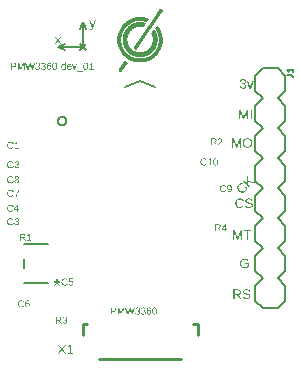
<source format=gbr>
G04 EAGLE Gerber RS-274X export*
G75*
%MOMM*%
%FSLAX34Y34*%
%LPD*%
%INSilkscreen Top*%
%IPPOS*%
%AMOC8*
5,1,8,0,0,1.08239X$1,22.5*%
G01*
G04 Define Apertures*
%ADD10C,0.152400*%
%ADD11C,0.203200*%
%ADD12C,0.127000*%
%ADD13C,0.254000*%
G36*
X-71175Y121600D02*
X-72261Y121600D01*
X-70105Y124714D01*
X-72160Y127659D01*
X-71046Y127659D01*
X-69534Y125302D01*
X-68033Y127659D01*
X-66908Y127659D01*
X-68963Y124725D01*
X-66779Y121600D01*
X-67904Y121600D01*
X-69534Y124086D01*
X-71175Y121600D01*
G37*
G36*
X-42110Y133190D02*
X-42491Y133205D01*
X-42805Y133252D01*
X-42805Y134008D01*
X-42581Y133982D01*
X-42334Y133974D01*
X-42105Y133996D01*
X-41889Y134060D01*
X-41684Y134169D01*
X-41492Y134320D01*
X-41312Y134514D01*
X-41144Y134752D01*
X-40988Y135033D01*
X-40845Y135357D01*
X-40750Y135598D01*
X-43152Y141629D01*
X-42077Y141629D01*
X-40800Y138280D01*
X-40733Y138093D01*
X-40481Y137362D01*
X-40251Y136668D01*
X-39859Y137771D01*
X-38532Y141629D01*
X-37468Y141629D01*
X-39798Y135570D01*
X-39982Y135117D01*
X-40160Y134725D01*
X-40332Y134396D01*
X-40498Y134128D01*
X-40664Y133906D01*
X-40840Y133715D01*
X-41024Y133554D01*
X-41217Y133422D01*
X-41421Y133321D01*
X-41638Y133248D01*
X-41868Y133205D01*
X-42110Y133190D01*
G37*
G36*
X-72308Y99916D02*
X-72555Y99928D01*
X-72786Y99965D01*
X-73002Y100025D01*
X-73201Y100110D01*
X-73385Y100219D01*
X-73552Y100353D01*
X-73704Y100510D01*
X-73840Y100692D01*
X-73960Y100898D01*
X-74064Y101125D01*
X-74152Y101375D01*
X-74224Y101647D01*
X-74280Y101941D01*
X-74320Y102258D01*
X-74344Y102597D01*
X-74352Y102958D01*
X-74344Y103327D01*
X-74321Y103672D01*
X-74282Y103993D01*
X-74228Y104291D01*
X-74158Y104564D01*
X-74072Y104814D01*
X-73971Y105039D01*
X-73855Y105241D01*
X-73721Y105419D01*
X-73570Y105573D01*
X-73401Y105704D01*
X-73213Y105811D01*
X-73008Y105894D01*
X-72784Y105953D01*
X-72543Y105989D01*
X-72283Y106001D01*
X-72030Y105989D01*
X-71795Y105953D01*
X-71576Y105893D01*
X-71375Y105809D01*
X-71191Y105701D01*
X-71024Y105569D01*
X-70874Y105413D01*
X-70741Y105233D01*
X-70624Y105029D01*
X-70523Y104803D01*
X-70438Y104553D01*
X-70368Y104280D01*
X-70314Y103984D01*
X-70275Y103665D01*
X-70252Y103323D01*
X-70244Y102958D01*
X-70252Y102599D01*
X-70276Y102261D01*
X-70317Y101946D01*
X-70374Y101652D01*
X-70448Y101380D01*
X-70538Y101131D01*
X-70644Y100903D01*
X-70766Y100697D01*
X-70905Y100514D01*
X-71059Y100355D01*
X-71228Y100221D01*
X-71413Y100111D01*
X-71613Y100026D01*
X-71830Y99965D01*
X-72061Y99928D01*
X-72308Y99916D01*
G37*
%LPC*%
G36*
X-72300Y100533D02*
X-72139Y100542D01*
X-71989Y100570D01*
X-71850Y100617D01*
X-71722Y100682D01*
X-71605Y100766D01*
X-71500Y100868D01*
X-71405Y100989D01*
X-71322Y101129D01*
X-71249Y101288D01*
X-71186Y101467D01*
X-71089Y101884D01*
X-71031Y102381D01*
X-71012Y102958D01*
X-71030Y103554D01*
X-71086Y104062D01*
X-71178Y104482D01*
X-71238Y104658D01*
X-71308Y104813D01*
X-71387Y104948D01*
X-71479Y105065D01*
X-71583Y105163D01*
X-71699Y105244D01*
X-71827Y105307D01*
X-71967Y105352D01*
X-72119Y105379D01*
X-72283Y105388D01*
X-72451Y105379D01*
X-72607Y105352D01*
X-72750Y105308D01*
X-72882Y105246D01*
X-73001Y105167D01*
X-73107Y105069D01*
X-73202Y104954D01*
X-73284Y104821D01*
X-73355Y104668D01*
X-73417Y104493D01*
X-73469Y104294D01*
X-73512Y104072D01*
X-73569Y103561D01*
X-73588Y102958D01*
X-73569Y102371D01*
X-73511Y101868D01*
X-73468Y101649D01*
X-73415Y101450D01*
X-73352Y101273D01*
X-73280Y101116D01*
X-73197Y100979D01*
X-73103Y100861D01*
X-72997Y100761D01*
X-72881Y100679D01*
X-72752Y100615D01*
X-72613Y100569D01*
X-72462Y100542D01*
X-72300Y100533D01*
G37*
%LPD*%
G36*
X-46027Y99916D02*
X-46274Y99928D01*
X-46505Y99965D01*
X-46720Y100025D01*
X-46920Y100110D01*
X-47103Y100219D01*
X-47271Y100353D01*
X-47423Y100510D01*
X-47559Y100692D01*
X-47679Y100898D01*
X-47783Y101125D01*
X-47871Y101375D01*
X-47943Y101647D01*
X-47999Y101941D01*
X-48039Y102258D01*
X-48063Y102597D01*
X-48071Y102958D01*
X-48063Y103327D01*
X-48040Y103672D01*
X-48001Y103993D01*
X-47946Y104291D01*
X-47876Y104564D01*
X-47791Y104814D01*
X-47690Y105039D01*
X-47573Y105241D01*
X-47440Y105419D01*
X-47289Y105573D01*
X-47119Y105704D01*
X-46932Y105811D01*
X-46726Y105894D01*
X-46503Y105953D01*
X-46261Y105989D01*
X-46002Y106001D01*
X-45749Y105989D01*
X-45514Y105953D01*
X-45295Y105893D01*
X-45094Y105809D01*
X-44910Y105701D01*
X-44743Y105569D01*
X-44593Y105413D01*
X-44460Y105233D01*
X-44343Y105029D01*
X-44242Y104803D01*
X-44157Y104553D01*
X-44087Y104280D01*
X-44032Y103984D01*
X-43994Y103665D01*
X-43970Y103323D01*
X-43963Y102958D01*
X-43971Y102599D01*
X-43995Y102261D01*
X-44036Y101946D01*
X-44093Y101652D01*
X-44167Y101380D01*
X-44256Y101131D01*
X-44363Y100903D01*
X-44485Y100697D01*
X-44623Y100514D01*
X-44777Y100355D01*
X-44947Y100221D01*
X-45132Y100111D01*
X-45332Y100026D01*
X-45548Y99965D01*
X-45780Y99928D01*
X-46027Y99916D01*
G37*
%LPC*%
G36*
X-46019Y100533D02*
X-45857Y100542D01*
X-45707Y100570D01*
X-45568Y100617D01*
X-45441Y100682D01*
X-45324Y100766D01*
X-45219Y100868D01*
X-45124Y100989D01*
X-45041Y101129D01*
X-44968Y101288D01*
X-44905Y101467D01*
X-44808Y101884D01*
X-44750Y102381D01*
X-44730Y102958D01*
X-44749Y103554D01*
X-44804Y104062D01*
X-44897Y104482D01*
X-44957Y104658D01*
X-45026Y104813D01*
X-45106Y104948D01*
X-45198Y105065D01*
X-45302Y105163D01*
X-45418Y105244D01*
X-45546Y105307D01*
X-45686Y105352D01*
X-45838Y105379D01*
X-46002Y105388D01*
X-46170Y105379D01*
X-46326Y105352D01*
X-46469Y105308D01*
X-46600Y105246D01*
X-46719Y105167D01*
X-46826Y105069D01*
X-46920Y104954D01*
X-47003Y104821D01*
X-47074Y104668D01*
X-47136Y104493D01*
X-47188Y104294D01*
X-47231Y104072D01*
X-47288Y103561D01*
X-47307Y102958D01*
X-47288Y102371D01*
X-47230Y101868D01*
X-47186Y101649D01*
X-47133Y101450D01*
X-47071Y101273D01*
X-46998Y101116D01*
X-46916Y100979D01*
X-46822Y100861D01*
X-46716Y100761D01*
X-46599Y100679D01*
X-46471Y100615D01*
X-46332Y100569D01*
X-46181Y100542D01*
X-46019Y100533D01*
G37*
%LPD*%
G36*
X-65000Y99916D02*
X-65208Y99925D01*
X-65402Y99952D01*
X-65581Y99998D01*
X-65747Y100061D01*
X-65898Y100142D01*
X-66035Y100242D01*
X-66157Y100359D01*
X-66265Y100495D01*
X-66360Y100649D01*
X-66443Y100822D01*
X-66512Y101013D01*
X-66569Y101223D01*
X-66613Y101452D01*
X-66645Y101699D01*
X-66664Y101965D01*
X-66670Y102249D01*
X-66664Y102537D01*
X-66644Y102806D01*
X-66612Y103056D01*
X-66566Y103288D01*
X-66507Y103502D01*
X-66436Y103696D01*
X-66351Y103873D01*
X-66253Y104030D01*
X-66142Y104170D01*
X-66018Y104290D01*
X-65881Y104392D01*
X-65731Y104476D01*
X-65568Y104541D01*
X-65392Y104587D01*
X-65203Y104615D01*
X-65000Y104624D01*
X-64753Y104612D01*
X-64527Y104577D01*
X-64323Y104518D01*
X-64140Y104435D01*
X-63976Y104327D01*
X-63830Y104191D01*
X-63700Y104027D01*
X-63586Y103835D01*
X-63578Y103835D01*
X-63586Y104343D01*
X-63586Y106227D01*
X-62831Y106227D01*
X-62831Y100936D01*
X-62825Y100347D01*
X-62806Y100000D01*
X-63527Y100000D01*
X-63555Y100311D01*
X-63569Y100730D01*
X-63586Y100730D01*
X-63700Y100527D01*
X-63830Y100356D01*
X-63978Y100215D01*
X-64142Y100105D01*
X-64326Y100022D01*
X-64530Y99963D01*
X-64755Y99928D01*
X-65000Y99916D01*
G37*
%LPC*%
G36*
X-64807Y100499D02*
X-64652Y100506D01*
X-64508Y100527D01*
X-64375Y100562D01*
X-64253Y100611D01*
X-64142Y100673D01*
X-64043Y100750D01*
X-63954Y100840D01*
X-63885Y100932D01*
X-63876Y100944D01*
X-63749Y101197D01*
X-63659Y101512D01*
X-63604Y101887D01*
X-63586Y102325D01*
X-63604Y102746D01*
X-63659Y103106D01*
X-63749Y103407D01*
X-63876Y103646D01*
X-63954Y103745D01*
X-64042Y103830D01*
X-64141Y103902D01*
X-64251Y103961D01*
X-64372Y104007D01*
X-64504Y104040D01*
X-64646Y104060D01*
X-64799Y104066D01*
X-64937Y104059D01*
X-65064Y104040D01*
X-65182Y104007D01*
X-65290Y103961D01*
X-65389Y103901D01*
X-65477Y103829D01*
X-65623Y103644D01*
X-65735Y103401D01*
X-65814Y103091D01*
X-65861Y102716D01*
X-65877Y102274D01*
X-65862Y101832D01*
X-65814Y101457D01*
X-65736Y101150D01*
X-65626Y100911D01*
X-65480Y100731D01*
X-65295Y100602D01*
X-65188Y100557D01*
X-65071Y100525D01*
X-64944Y100506D01*
X-64807Y100499D01*
G37*
%LPD*%
G36*
X-108494Y100000D02*
X-109295Y100000D01*
X-109295Y105912D01*
X-106807Y105912D01*
X-106565Y105905D01*
X-106338Y105883D01*
X-106124Y105847D01*
X-105925Y105796D01*
X-105739Y105730D01*
X-105568Y105650D01*
X-105410Y105556D01*
X-105267Y105447D01*
X-105139Y105324D01*
X-105028Y105190D01*
X-104934Y105044D01*
X-104858Y104885D01*
X-104798Y104715D01*
X-104755Y104533D01*
X-104730Y104339D01*
X-104721Y104133D01*
X-104730Y103929D01*
X-104755Y103735D01*
X-104798Y103552D01*
X-104858Y103380D01*
X-104935Y103219D01*
X-105029Y103068D01*
X-105141Y102928D01*
X-105269Y102799D01*
X-105412Y102683D01*
X-105567Y102582D01*
X-105735Y102497D01*
X-105915Y102427D01*
X-106107Y102373D01*
X-106311Y102335D01*
X-106528Y102311D01*
X-106756Y102304D01*
X-108494Y102304D01*
X-108494Y100000D01*
G37*
%LPC*%
G36*
X-106870Y102937D02*
X-106555Y102956D01*
X-106282Y103012D01*
X-106051Y103104D01*
X-105863Y103234D01*
X-105716Y103401D01*
X-105611Y103605D01*
X-105548Y103847D01*
X-105527Y104125D01*
X-105548Y104393D01*
X-105613Y104626D01*
X-105720Y104823D01*
X-105871Y104984D01*
X-106065Y105109D01*
X-106301Y105199D01*
X-106581Y105252D01*
X-106903Y105270D01*
X-108494Y105270D01*
X-108494Y102937D01*
X-106870Y102937D01*
G37*
%LPD*%
G36*
X-94389Y100000D02*
X-95346Y100000D01*
X-97087Y105912D01*
X-96252Y105912D01*
X-95191Y102157D01*
X-95009Y101441D01*
X-94842Y100705D01*
X-94609Y101712D01*
X-94252Y103035D01*
X-93445Y105912D01*
X-92677Y105912D01*
X-91649Y102232D01*
X-91439Y101399D01*
X-91280Y100705D01*
X-91242Y100852D01*
X-91057Y101639D01*
X-89878Y105912D01*
X-89043Y105912D01*
X-90785Y100000D01*
X-91741Y100000D01*
X-92765Y103756D01*
X-92889Y104248D01*
X-93059Y105019D01*
X-93244Y104205D01*
X-94389Y100000D01*
G37*
G36*
X-76976Y99916D02*
X-77219Y99928D01*
X-77446Y99963D01*
X-77659Y100021D01*
X-77857Y100102D01*
X-78041Y100206D01*
X-78210Y100334D01*
X-78364Y100485D01*
X-78504Y100659D01*
X-78628Y100855D01*
X-78735Y101072D01*
X-78826Y101311D01*
X-78900Y101570D01*
X-78958Y101851D01*
X-78999Y102153D01*
X-79024Y102476D01*
X-79032Y102820D01*
X-79024Y103193D01*
X-78998Y103543D01*
X-78955Y103871D01*
X-78895Y104177D01*
X-78818Y104461D01*
X-78723Y104722D01*
X-78612Y104961D01*
X-78483Y105178D01*
X-78338Y105371D01*
X-78179Y105538D01*
X-78005Y105679D01*
X-77817Y105795D01*
X-77614Y105885D01*
X-77396Y105949D01*
X-77164Y105988D01*
X-76918Y106001D01*
X-76598Y105982D01*
X-76310Y105925D01*
X-76053Y105831D01*
X-75827Y105699D01*
X-75631Y105530D01*
X-75467Y105323D01*
X-75333Y105078D01*
X-75231Y104796D01*
X-75952Y104666D01*
X-76016Y104835D01*
X-76097Y104982D01*
X-76194Y105106D01*
X-76307Y105207D01*
X-76437Y105286D01*
X-76583Y105343D01*
X-76746Y105377D01*
X-76926Y105388D01*
X-77083Y105378D01*
X-77231Y105350D01*
X-77370Y105303D01*
X-77499Y105237D01*
X-77620Y105153D01*
X-77731Y105049D01*
X-77833Y104927D01*
X-77927Y104786D01*
X-78010Y104627D01*
X-78082Y104451D01*
X-78143Y104258D01*
X-78193Y104049D01*
X-78231Y103822D01*
X-78259Y103579D01*
X-78281Y103042D01*
X-78168Y103222D01*
X-78034Y103378D01*
X-77878Y103512D01*
X-77702Y103623D01*
X-77509Y103711D01*
X-77301Y103773D01*
X-77081Y103810D01*
X-76846Y103823D01*
X-76647Y103815D01*
X-76458Y103791D01*
X-76280Y103751D01*
X-76112Y103695D01*
X-75955Y103623D01*
X-75809Y103535D01*
X-75673Y103431D01*
X-75547Y103311D01*
X-75435Y103177D01*
X-75337Y103033D01*
X-75255Y102877D01*
X-75187Y102711D01*
X-75135Y102533D01*
X-75097Y102345D01*
X-75075Y102145D01*
X-75067Y101934D01*
X-75075Y101707D01*
X-75099Y101491D01*
X-75138Y101288D01*
X-75194Y101097D01*
X-75265Y100919D01*
X-75353Y100753D01*
X-75456Y100599D01*
X-75575Y100457D01*
X-75708Y100331D01*
X-75853Y100221D01*
X-76010Y100128D01*
X-76179Y100051D01*
X-76360Y99992D01*
X-76553Y99950D01*
X-76759Y99925D01*
X-76976Y99916D01*
G37*
%LPC*%
G36*
X-77001Y100525D02*
X-76743Y100547D01*
X-76515Y100616D01*
X-76315Y100731D01*
X-76145Y100892D01*
X-76010Y101092D01*
X-75913Y101328D01*
X-75854Y101597D01*
X-75835Y101901D01*
X-75855Y102204D01*
X-75914Y102469D01*
X-76012Y102699D01*
X-76150Y102891D01*
X-76322Y103044D01*
X-76526Y103152D01*
X-76761Y103218D01*
X-77027Y103239D01*
X-77278Y103220D01*
X-77504Y103162D01*
X-77705Y103066D01*
X-77881Y102931D01*
X-78023Y102762D01*
X-78124Y102564D01*
X-78185Y102337D01*
X-78206Y102081D01*
X-78185Y101755D01*
X-78121Y101459D01*
X-78016Y101195D01*
X-77868Y100961D01*
X-77687Y100770D01*
X-77482Y100634D01*
X-77254Y100552D01*
X-77131Y100531D01*
X-77001Y100525D01*
G37*
%LPD*%
G36*
X-102863Y100000D02*
X-103576Y100000D01*
X-103576Y105912D01*
X-102523Y105912D01*
X-100950Y101813D01*
X-100788Y101282D01*
X-100685Y100873D01*
X-100545Y101383D01*
X-100400Y101813D01*
X-98856Y105912D01*
X-97828Y105912D01*
X-97828Y100000D01*
X-98549Y100000D01*
X-98549Y103944D01*
X-98540Y104586D01*
X-98512Y105203D01*
X-98707Y104534D01*
X-98881Y104028D01*
X-100408Y100000D01*
X-100971Y100000D01*
X-102519Y104028D01*
X-102754Y104742D01*
X-102892Y105203D01*
X-102880Y104737D01*
X-102863Y103944D01*
X-102863Y100000D01*
G37*
G36*
X-59825Y99916D02*
X-60069Y99925D01*
X-60298Y99954D01*
X-60512Y100000D01*
X-60712Y100066D01*
X-60896Y100150D01*
X-61065Y100254D01*
X-61219Y100375D01*
X-61358Y100516D01*
X-61482Y100675D01*
X-61589Y100853D01*
X-61679Y101048D01*
X-61753Y101262D01*
X-61811Y101494D01*
X-61852Y101744D01*
X-61877Y102013D01*
X-61885Y102299D01*
X-61877Y102572D01*
X-61852Y102829D01*
X-61811Y103069D01*
X-61753Y103293D01*
X-61679Y103500D01*
X-61589Y103691D01*
X-61482Y103866D01*
X-61358Y104024D01*
X-61220Y104165D01*
X-61067Y104287D01*
X-60900Y104390D01*
X-60719Y104474D01*
X-60524Y104540D01*
X-60315Y104587D01*
X-60091Y104615D01*
X-59854Y104624D01*
X-59612Y104615D01*
X-59385Y104586D01*
X-59174Y104539D01*
X-58978Y104473D01*
X-58799Y104389D01*
X-58634Y104285D01*
X-58486Y104162D01*
X-58353Y104021D01*
X-58236Y103861D01*
X-58134Y103682D01*
X-58048Y103484D01*
X-57978Y103267D01*
X-57923Y103031D01*
X-57884Y102777D01*
X-57860Y102504D01*
X-57852Y102211D01*
X-57852Y102111D01*
X-61092Y102111D01*
X-61072Y101743D01*
X-61011Y101419D01*
X-60910Y101141D01*
X-60769Y100906D01*
X-60589Y100721D01*
X-60485Y100648D01*
X-60371Y100589D01*
X-60249Y100542D01*
X-60117Y100509D01*
X-59975Y100489D01*
X-59825Y100483D01*
X-59591Y100495D01*
X-59382Y100532D01*
X-59198Y100593D01*
X-59038Y100680D01*
X-58902Y100785D01*
X-58790Y100903D01*
X-58702Y101035D01*
X-58637Y101179D01*
X-57974Y100990D01*
X-58092Y100739D01*
X-58242Y100520D01*
X-58425Y100336D01*
X-58640Y100185D01*
X-58888Y100067D01*
X-59168Y99983D01*
X-59480Y99933D01*
X-59825Y99916D01*
G37*
%LPC*%
G36*
X-58633Y102690D02*
X-58679Y103024D01*
X-58756Y103310D01*
X-58862Y103548D01*
X-58998Y103737D01*
X-59166Y103881D01*
X-59366Y103984D01*
X-59600Y104045D01*
X-59867Y104066D01*
X-60127Y104043D01*
X-60359Y103974D01*
X-60563Y103860D01*
X-60737Y103699D01*
X-60879Y103498D01*
X-60984Y103263D01*
X-61052Y102994D01*
X-61083Y102690D01*
X-58633Y102690D01*
G37*
%LPD*%
G36*
X-86604Y99916D02*
X-86823Y99922D01*
X-87030Y99941D01*
X-87226Y99973D01*
X-87411Y100017D01*
X-87585Y100074D01*
X-87747Y100144D01*
X-87898Y100226D01*
X-88037Y100321D01*
X-88164Y100428D01*
X-88277Y100548D01*
X-88377Y100679D01*
X-88463Y100823D01*
X-88536Y100979D01*
X-88595Y101147D01*
X-88641Y101327D01*
X-88673Y101519D01*
X-87892Y101590D01*
X-87839Y101344D01*
X-87755Y101131D01*
X-87640Y100951D01*
X-87495Y100804D01*
X-87318Y100689D01*
X-87111Y100607D01*
X-86873Y100558D01*
X-86604Y100541D01*
X-86334Y100559D01*
X-86095Y100612D01*
X-85886Y100699D01*
X-85708Y100822D01*
X-85566Y100980D01*
X-85464Y101172D01*
X-85403Y101398D01*
X-85383Y101657D01*
X-85406Y101886D01*
X-85476Y102087D01*
X-85592Y102262D01*
X-85754Y102411D01*
X-85961Y102529D01*
X-86208Y102614D01*
X-86497Y102664D01*
X-86826Y102681D01*
X-87254Y102681D01*
X-87254Y103336D01*
X-86843Y103336D01*
X-86550Y103353D01*
X-86292Y103404D01*
X-86069Y103488D01*
X-85880Y103607D01*
X-85731Y103755D01*
X-85624Y103929D01*
X-85560Y104129D01*
X-85538Y104356D01*
X-85556Y104580D01*
X-85608Y104780D01*
X-85695Y104955D01*
X-85817Y105105D01*
X-85974Y105225D01*
X-86164Y105311D01*
X-86388Y105362D01*
X-86646Y105379D01*
X-86884Y105363D01*
X-87098Y105315D01*
X-87288Y105236D01*
X-87454Y105124D01*
X-87592Y104982D01*
X-87698Y104815D01*
X-87771Y104622D01*
X-87813Y104402D01*
X-88572Y104461D01*
X-88544Y104637D01*
X-88503Y104804D01*
X-88448Y104960D01*
X-88380Y105107D01*
X-88297Y105243D01*
X-88202Y105370D01*
X-88093Y105487D01*
X-87970Y105593D01*
X-87692Y105772D01*
X-87540Y105842D01*
X-87378Y105899D01*
X-87207Y105943D01*
X-87026Y105975D01*
X-86836Y105994D01*
X-86638Y106001D01*
X-86421Y105994D01*
X-86218Y105975D01*
X-86026Y105942D01*
X-85847Y105897D01*
X-85681Y105839D01*
X-85526Y105768D01*
X-85384Y105684D01*
X-85255Y105587D01*
X-85139Y105479D01*
X-85039Y105360D01*
X-84955Y105231D01*
X-84885Y105093D01*
X-84831Y104944D01*
X-84793Y104784D01*
X-84770Y104615D01*
X-84762Y104435D01*
X-84782Y104165D01*
X-84841Y103922D01*
X-84940Y103705D01*
X-85079Y103514D01*
X-85255Y103351D01*
X-85467Y103217D01*
X-85716Y103111D01*
X-86000Y103034D01*
X-86000Y103017D01*
X-85687Y102962D01*
X-85410Y102870D01*
X-85171Y102740D01*
X-84968Y102572D01*
X-84806Y102373D01*
X-84691Y102151D01*
X-84621Y101903D01*
X-84598Y101632D01*
X-84606Y101434D01*
X-84631Y101246D01*
X-84671Y101071D01*
X-84728Y100906D01*
X-84802Y100754D01*
X-84891Y100613D01*
X-84997Y100483D01*
X-85119Y100365D01*
X-85256Y100260D01*
X-85407Y100169D01*
X-85571Y100091D01*
X-85750Y100028D01*
X-85943Y99979D01*
X-86149Y99944D01*
X-86370Y99923D01*
X-86604Y99916D01*
G37*
G36*
X-81854Y99916D02*
X-82073Y99922D01*
X-82280Y99941D01*
X-82476Y99973D01*
X-82661Y100017D01*
X-82835Y100074D01*
X-82997Y100144D01*
X-83148Y100226D01*
X-83287Y100321D01*
X-83414Y100428D01*
X-83527Y100548D01*
X-83627Y100679D01*
X-83713Y100823D01*
X-83786Y100979D01*
X-83845Y101147D01*
X-83891Y101327D01*
X-83923Y101519D01*
X-83142Y101590D01*
X-83089Y101344D01*
X-83005Y101131D01*
X-82890Y100951D01*
X-82745Y100804D01*
X-82568Y100689D01*
X-82361Y100607D01*
X-82123Y100558D01*
X-81854Y100541D01*
X-81584Y100559D01*
X-81345Y100612D01*
X-81136Y100699D01*
X-80958Y100822D01*
X-80816Y100980D01*
X-80714Y101172D01*
X-80653Y101398D01*
X-80633Y101657D01*
X-80656Y101886D01*
X-80726Y102087D01*
X-80842Y102262D01*
X-81004Y102411D01*
X-81211Y102529D01*
X-81458Y102614D01*
X-81747Y102664D01*
X-82076Y102681D01*
X-82504Y102681D01*
X-82504Y103336D01*
X-82093Y103336D01*
X-81800Y103353D01*
X-81542Y103404D01*
X-81319Y103488D01*
X-81130Y103607D01*
X-80981Y103755D01*
X-80874Y103929D01*
X-80810Y104129D01*
X-80788Y104356D01*
X-80806Y104580D01*
X-80858Y104780D01*
X-80945Y104955D01*
X-81067Y105105D01*
X-81224Y105225D01*
X-81414Y105311D01*
X-81638Y105362D01*
X-81896Y105379D01*
X-82134Y105363D01*
X-82348Y105315D01*
X-82538Y105236D01*
X-82704Y105124D01*
X-82842Y104982D01*
X-82948Y104815D01*
X-83021Y104622D01*
X-83063Y104402D01*
X-83822Y104461D01*
X-83794Y104637D01*
X-83753Y104804D01*
X-83698Y104960D01*
X-83630Y105107D01*
X-83547Y105243D01*
X-83452Y105370D01*
X-83343Y105487D01*
X-83220Y105593D01*
X-82942Y105772D01*
X-82790Y105842D01*
X-82628Y105899D01*
X-82457Y105943D01*
X-82276Y105975D01*
X-82086Y105994D01*
X-81888Y106001D01*
X-81671Y105994D01*
X-81468Y105975D01*
X-81276Y105942D01*
X-81097Y105897D01*
X-80931Y105839D01*
X-80776Y105768D01*
X-80634Y105684D01*
X-80505Y105587D01*
X-80389Y105479D01*
X-80289Y105360D01*
X-80205Y105231D01*
X-80135Y105093D01*
X-80081Y104944D01*
X-80043Y104784D01*
X-80020Y104615D01*
X-80012Y104435D01*
X-80032Y104165D01*
X-80091Y103922D01*
X-80190Y103705D01*
X-80329Y103514D01*
X-80505Y103351D01*
X-80717Y103217D01*
X-80966Y103111D01*
X-81250Y103034D01*
X-81250Y103017D01*
X-80937Y102962D01*
X-80660Y102870D01*
X-80421Y102740D01*
X-80218Y102572D01*
X-80056Y102373D01*
X-79941Y102151D01*
X-79871Y101903D01*
X-79848Y101632D01*
X-79856Y101434D01*
X-79881Y101246D01*
X-79921Y101071D01*
X-79978Y100906D01*
X-80052Y100754D01*
X-80141Y100613D01*
X-80247Y100483D01*
X-80369Y100365D01*
X-80506Y100260D01*
X-80657Y100169D01*
X-80821Y100091D01*
X-81000Y100028D01*
X-81193Y99979D01*
X-81399Y99944D01*
X-81620Y99923D01*
X-81854Y99916D01*
G37*
G36*
X-39265Y100000D02*
X-42970Y100000D01*
X-42970Y100642D01*
X-41464Y100642D01*
X-41464Y105191D01*
X-42798Y104238D01*
X-42798Y104951D01*
X-41401Y105912D01*
X-40704Y105912D01*
X-40704Y100642D01*
X-39265Y100642D01*
X-39265Y100000D01*
G37*
G36*
X-54897Y100000D02*
X-55790Y100000D01*
X-57439Y104540D01*
X-56634Y104540D01*
X-55635Y101586D01*
X-55346Y100592D01*
X-55199Y101083D01*
X-55035Y101578D01*
X-54003Y104540D01*
X-53201Y104540D01*
X-54897Y100000D01*
G37*
G36*
X-48312Y98292D02*
X-53318Y98292D01*
X-53318Y98838D01*
X-48312Y98838D01*
X-48312Y98292D01*
G37*
G36*
X-67426Y101947D02*
X-69524Y101947D01*
X-69524Y102618D01*
X-67426Y102618D01*
X-67426Y101947D01*
G37*
G36*
X87198Y83888D02*
X86906Y83896D01*
X86629Y83922D01*
X86367Y83964D01*
X86120Y84023D01*
X85889Y84099D01*
X85672Y84192D01*
X85471Y84302D01*
X85285Y84428D01*
X85116Y84572D01*
X84964Y84731D01*
X84831Y84907D01*
X84716Y85098D01*
X84619Y85306D01*
X84540Y85530D01*
X84479Y85771D01*
X84437Y86027D01*
X85478Y86122D01*
X85549Y85794D01*
X85661Y85510D01*
X85815Y85269D01*
X86009Y85072D01*
X86244Y84919D01*
X86521Y84810D01*
X86839Y84744D01*
X87198Y84722D01*
X87558Y84746D01*
X87877Y84816D01*
X88156Y84933D01*
X88393Y85098D01*
X88495Y85197D01*
X88583Y85308D01*
X88658Y85430D01*
X88719Y85564D01*
X88766Y85709D01*
X88800Y85865D01*
X88820Y86033D01*
X88827Y86212D01*
X88819Y86369D01*
X88796Y86516D01*
X88757Y86655D01*
X88703Y86785D01*
X88634Y86907D01*
X88548Y87019D01*
X88448Y87122D01*
X88332Y87217D01*
X88201Y87302D01*
X88056Y87375D01*
X87898Y87437D01*
X87726Y87488D01*
X87341Y87556D01*
X86901Y87578D01*
X86330Y87578D01*
X86330Y88452D01*
X86878Y88452D01*
X87270Y88475D01*
X87614Y88542D01*
X87912Y88655D01*
X88164Y88813D01*
X88363Y89011D01*
X88442Y89123D01*
X88506Y89244D01*
X88556Y89373D01*
X88591Y89511D01*
X88613Y89658D01*
X88620Y89813D01*
X88597Y90113D01*
X88527Y90379D01*
X88411Y90612D01*
X88248Y90812D01*
X88039Y90973D01*
X87785Y91087D01*
X87486Y91156D01*
X87142Y91179D01*
X86824Y91158D01*
X86539Y91094D01*
X86285Y90987D01*
X86064Y90838D01*
X85879Y90649D01*
X85738Y90426D01*
X85640Y90168D01*
X85585Y89874D01*
X84571Y89953D01*
X84608Y90188D01*
X84663Y90411D01*
X84737Y90620D01*
X84828Y90815D01*
X84938Y90998D01*
X85065Y91167D01*
X85211Y91322D01*
X85375Y91465D01*
X85554Y91592D01*
X85745Y91702D01*
X85949Y91796D01*
X86165Y91872D01*
X86394Y91932D01*
X86634Y91974D01*
X86887Y91999D01*
X87153Y92008D01*
X87441Y91999D01*
X87713Y91973D01*
X87969Y91930D01*
X88208Y91870D01*
X88430Y91792D01*
X88636Y91698D01*
X88825Y91586D01*
X88998Y91456D01*
X89152Y91312D01*
X89286Y91153D01*
X89399Y90982D01*
X89491Y90796D01*
X89563Y90597D01*
X89615Y90385D01*
X89646Y90159D01*
X89656Y89919D01*
X89649Y89735D01*
X89630Y89559D01*
X89597Y89392D01*
X89550Y89234D01*
X89491Y89085D01*
X89418Y88944D01*
X89233Y88690D01*
X88998Y88472D01*
X88714Y88293D01*
X88383Y88152D01*
X88004Y88049D01*
X88004Y88026D01*
X88219Y87996D01*
X88422Y87954D01*
X88612Y87898D01*
X88791Y87830D01*
X88957Y87750D01*
X89111Y87657D01*
X89252Y87551D01*
X89382Y87433D01*
X89497Y87304D01*
X89597Y87167D01*
X89682Y87023D01*
X89751Y86870D01*
X89805Y86709D01*
X89844Y86540D01*
X89867Y86363D01*
X89874Y86178D01*
X89864Y85913D01*
X89831Y85663D01*
X89777Y85429D01*
X89701Y85210D01*
X89603Y85006D01*
X89484Y84818D01*
X89343Y84645D01*
X89180Y84487D01*
X88997Y84347D01*
X88796Y84225D01*
X88576Y84122D01*
X88337Y84038D01*
X88080Y83972D01*
X87804Y83925D01*
X87510Y83897D01*
X87198Y83888D01*
G37*
G36*
X93808Y84000D02*
X92615Y84000D01*
X90414Y90059D01*
X91489Y90059D01*
X92822Y86117D01*
X93209Y84790D01*
X93405Y85445D01*
X93623Y86106D01*
X95001Y90059D01*
X96070Y90059D01*
X93808Y84000D01*
G37*
G36*
X84893Y58000D02*
X83941Y58000D01*
X83941Y65890D01*
X85346Y65890D01*
X87446Y60419D01*
X87662Y59711D01*
X87799Y59165D01*
X87868Y59447D01*
X87987Y59845D01*
X88180Y60419D01*
X90241Y65890D01*
X91613Y65890D01*
X91613Y58000D01*
X90650Y58000D01*
X90650Y63264D01*
X90662Y64121D01*
X90700Y64944D01*
X90440Y64051D01*
X90207Y63376D01*
X88169Y58000D01*
X87418Y58000D01*
X85352Y63376D01*
X85038Y64328D01*
X84854Y64944D01*
X84870Y64322D01*
X84893Y63264D01*
X84893Y58000D01*
G37*
G36*
X94659Y58000D02*
X93590Y58000D01*
X93590Y65890D01*
X94659Y65890D01*
X94659Y58000D01*
G37*
G36*
X90983Y33888D02*
X90685Y33896D01*
X90396Y33919D01*
X90119Y33957D01*
X89851Y34011D01*
X89594Y34080D01*
X89348Y34165D01*
X89112Y34265D01*
X88886Y34381D01*
X88672Y34511D01*
X88471Y34655D01*
X88283Y34812D01*
X88108Y34983D01*
X87947Y35169D01*
X87798Y35367D01*
X87662Y35580D01*
X87539Y35806D01*
X87430Y36044D01*
X87336Y36292D01*
X87256Y36549D01*
X87191Y36816D01*
X87140Y37093D01*
X87103Y37379D01*
X87082Y37676D01*
X87074Y37982D01*
X87091Y38442D01*
X87139Y38876D01*
X87220Y39285D01*
X87333Y39668D01*
X87479Y40025D01*
X87657Y40356D01*
X87868Y40662D01*
X88110Y40941D01*
X88382Y41191D01*
X88679Y41408D01*
X89002Y41591D01*
X89349Y41741D01*
X89723Y41858D01*
X90121Y41941D01*
X90545Y41991D01*
X90994Y42008D01*
X91290Y42000D01*
X91576Y41978D01*
X91853Y41941D01*
X92119Y41888D01*
X92375Y41821D01*
X92621Y41739D01*
X92857Y41641D01*
X93083Y41529D01*
X93298Y41403D01*
X93500Y41263D01*
X93688Y41109D01*
X93864Y40942D01*
X94026Y40761D01*
X94176Y40567D01*
X94312Y40359D01*
X94436Y40138D01*
X94545Y39904D01*
X94640Y39661D01*
X94721Y39407D01*
X94786Y39142D01*
X94837Y38868D01*
X94874Y38583D01*
X94896Y38287D01*
X94903Y37982D01*
X94896Y37677D01*
X94874Y37382D01*
X94837Y37097D01*
X94785Y36821D01*
X94718Y36555D01*
X94637Y36298D01*
X94541Y36052D01*
X94430Y35814D01*
X94305Y35589D01*
X94168Y35377D01*
X94017Y35178D01*
X93854Y34993D01*
X93678Y34821D01*
X93489Y34663D01*
X93287Y34518D01*
X93072Y34386D01*
X92846Y34270D01*
X92610Y34168D01*
X92364Y34083D01*
X92107Y34013D01*
X91841Y33958D01*
X91565Y33919D01*
X91279Y33896D01*
X90983Y33888D01*
G37*
%LPC*%
G36*
X90983Y34756D02*
X91315Y34769D01*
X91627Y34809D01*
X91919Y34875D01*
X92191Y34967D01*
X92443Y35085D01*
X92675Y35230D01*
X92888Y35401D01*
X93080Y35599D01*
X93252Y35820D01*
X93400Y36064D01*
X93526Y36329D01*
X93629Y36616D01*
X93708Y36925D01*
X93766Y37255D01*
X93800Y37607D01*
X93811Y37982D01*
X93800Y38340D01*
X93765Y38678D01*
X93708Y38997D01*
X93627Y39296D01*
X93524Y39575D01*
X93397Y39835D01*
X93247Y40074D01*
X93075Y40294D01*
X92881Y40491D01*
X92669Y40662D01*
X92437Y40806D01*
X92187Y40924D01*
X91917Y41016D01*
X91628Y41082D01*
X91321Y41121D01*
X90994Y41134D01*
X90665Y41121D01*
X90355Y41083D01*
X90065Y41018D01*
X89793Y40927D01*
X89541Y40811D01*
X89308Y40668D01*
X89094Y40500D01*
X88900Y40306D01*
X88727Y40088D01*
X88577Y39850D01*
X88450Y39590D01*
X88346Y39310D01*
X88265Y39009D01*
X88207Y38688D01*
X88172Y38345D01*
X88161Y37982D01*
X88173Y37620D01*
X88208Y37278D01*
X88266Y36955D01*
X88348Y36651D01*
X88453Y36366D01*
X88581Y36101D01*
X88733Y35854D01*
X88908Y35627D01*
X89104Y35423D01*
X89318Y35246D01*
X89551Y35096D01*
X89801Y34974D01*
X90069Y34878D01*
X90356Y34810D01*
X90660Y34770D01*
X90983Y34756D01*
G37*
%LPD*%
G36*
X78893Y34000D02*
X77941Y34000D01*
X77941Y41890D01*
X79346Y41890D01*
X81446Y36419D01*
X81662Y35711D01*
X81799Y35165D01*
X81868Y35447D01*
X81987Y35845D01*
X82180Y36419D01*
X84241Y41890D01*
X85613Y41890D01*
X85613Y34000D01*
X84650Y34000D01*
X84650Y39264D01*
X84662Y40121D01*
X84700Y40944D01*
X84440Y40051D01*
X84207Y39376D01*
X82169Y34000D01*
X81418Y34000D01*
X79352Y39376D01*
X79038Y40328D01*
X78854Y40944D01*
X78870Y40322D01*
X78893Y39264D01*
X78893Y34000D01*
G37*
G36*
X92521Y521D02*
X86942Y6100D01*
X87698Y6857D01*
X90494Y4061D01*
X90387Y9545D01*
X91278Y10436D01*
X91325Y5637D01*
X97174Y5174D01*
X96235Y4235D01*
X91313Y4699D01*
X91139Y3416D01*
X93277Y1277D01*
X92521Y521D01*
G37*
G36*
X86434Y-4173D02*
X86191Y-4155D01*
X85948Y-4120D01*
X85705Y-4065D01*
X85461Y-3992D01*
X85219Y-3901D01*
X84980Y-3793D01*
X84743Y-3667D01*
X84508Y-3523D01*
X84276Y-3362D01*
X84047Y-3183D01*
X83820Y-2987D01*
X83596Y-2773D01*
X83283Y-2437D01*
X83010Y-2097D01*
X82778Y-1752D01*
X82587Y-1403D01*
X82436Y-1049D01*
X82325Y-691D01*
X82256Y-328D01*
X82226Y39D01*
X82238Y405D01*
X82290Y765D01*
X82384Y1118D01*
X82518Y1465D01*
X82694Y1806D01*
X82910Y2141D01*
X83167Y2469D01*
X83466Y2791D01*
X83689Y3003D01*
X83915Y3196D01*
X84142Y3369D01*
X84371Y3521D01*
X84601Y3654D01*
X84833Y3766D01*
X85067Y3859D01*
X85303Y3931D01*
X85540Y3983D01*
X85778Y4015D01*
X86016Y4026D01*
X86254Y4017D01*
X86494Y3988D01*
X86734Y3938D01*
X86974Y3867D01*
X87216Y3777D01*
X86737Y2822D01*
X86396Y2940D01*
X86054Y2999D01*
X85712Y3000D01*
X85368Y2943D01*
X85031Y2831D01*
X84706Y2666D01*
X84392Y2450D01*
X84091Y2181D01*
X83875Y1946D01*
X83691Y1706D01*
X83538Y1460D01*
X83417Y1208D01*
X83327Y951D01*
X83268Y687D01*
X83241Y418D01*
X83246Y144D01*
X83281Y-133D01*
X83346Y-407D01*
X83441Y-679D01*
X83566Y-949D01*
X83721Y-1216D01*
X83906Y-1481D01*
X84120Y-1744D01*
X84365Y-2005D01*
X84623Y-2246D01*
X84886Y-2459D01*
X85153Y-2642D01*
X85424Y-2796D01*
X85699Y-2920D01*
X85979Y-3015D01*
X86262Y-3081D01*
X86550Y-3117D01*
X86837Y-3123D01*
X87115Y-3098D01*
X87386Y-3042D01*
X87649Y-2954D01*
X87905Y-2835D01*
X88153Y-2684D01*
X88393Y-2503D01*
X88625Y-2290D01*
X88765Y-2141D01*
X88891Y-1988D01*
X89004Y-1830D01*
X89102Y-1668D01*
X89259Y-1329D01*
X89362Y-973D01*
X89410Y-599D01*
X89403Y-206D01*
X89343Y204D01*
X89227Y633D01*
X90154Y941D01*
X90238Y676D01*
X90303Y413D01*
X90348Y152D01*
X90374Y-107D01*
X90380Y-364D01*
X90367Y-620D01*
X90335Y-873D01*
X90283Y-1124D01*
X90212Y-1371D01*
X90123Y-1612D01*
X90016Y-1849D01*
X89891Y-2079D01*
X89748Y-2304D01*
X89587Y-2524D01*
X89408Y-2738D01*
X89211Y-2947D01*
X88999Y-3149D01*
X88782Y-3333D01*
X88562Y-3498D01*
X88337Y-3646D01*
X88109Y-3776D01*
X87877Y-3887D01*
X87641Y-3980D01*
X87402Y-4056D01*
X87160Y-4113D01*
X86918Y-4151D01*
X86676Y-4171D01*
X86434Y-4173D01*
G37*
G36*
X92145Y-17112D02*
X91794Y-17104D01*
X91462Y-17081D01*
X91149Y-17042D01*
X90855Y-16987D01*
X90580Y-16916D01*
X90323Y-16830D01*
X90086Y-16728D01*
X89867Y-16611D01*
X89668Y-16478D01*
X89487Y-16329D01*
X89326Y-16164D01*
X89183Y-15984D01*
X89059Y-15789D01*
X88955Y-15577D01*
X88869Y-15350D01*
X88802Y-15107D01*
X89838Y-14900D01*
X89889Y-15072D01*
X89953Y-15232D01*
X90029Y-15380D01*
X90118Y-15517D01*
X90220Y-15641D01*
X90334Y-15754D01*
X90460Y-15855D01*
X90600Y-15944D01*
X90917Y-16090D01*
X91287Y-16194D01*
X91709Y-16257D01*
X92184Y-16278D01*
X92673Y-16255D01*
X93102Y-16189D01*
X93295Y-16139D01*
X93472Y-16078D01*
X93635Y-16005D01*
X93783Y-15922D01*
X93915Y-15828D01*
X94029Y-15723D01*
X94126Y-15608D01*
X94205Y-15483D01*
X94267Y-15347D01*
X94311Y-15201D01*
X94337Y-15045D01*
X94346Y-14878D01*
X94335Y-14694D01*
X94302Y-14528D01*
X94247Y-14380D01*
X94170Y-14250D01*
X94072Y-14135D01*
X93958Y-14031D01*
X93825Y-13936D01*
X93674Y-13853D01*
X93324Y-13709D01*
X92912Y-13590D01*
X91932Y-13360D01*
X91110Y-13153D01*
X90783Y-13049D01*
X90513Y-12946D01*
X90283Y-12839D01*
X90080Y-12727D01*
X89901Y-12608D01*
X89748Y-12484D01*
X89617Y-12351D01*
X89501Y-12207D01*
X89402Y-12053D01*
X89320Y-11887D01*
X89255Y-11710D01*
X89209Y-11520D01*
X89181Y-11318D01*
X89172Y-11103D01*
X89184Y-10857D01*
X89220Y-10626D01*
X89281Y-10408D01*
X89366Y-10206D01*
X89475Y-10018D01*
X89608Y-9844D01*
X89765Y-9685D01*
X89947Y-9541D01*
X90152Y-9412D01*
X90377Y-9301D01*
X90623Y-9206D01*
X90890Y-9129D01*
X91178Y-9069D01*
X91487Y-9026D01*
X91817Y-9001D01*
X92168Y-8992D01*
X92494Y-8998D01*
X92800Y-9018D01*
X93087Y-9050D01*
X93353Y-9095D01*
X93600Y-9153D01*
X93828Y-9224D01*
X94035Y-9307D01*
X94223Y-9404D01*
X94394Y-9516D01*
X94552Y-9646D01*
X94696Y-9794D01*
X94828Y-9960D01*
X94946Y-10145D01*
X95050Y-10347D01*
X95142Y-10568D01*
X95220Y-10806D01*
X94167Y-10991D01*
X94060Y-10699D01*
X93915Y-10450D01*
X93730Y-10244D01*
X93506Y-10081D01*
X93239Y-9958D01*
X92925Y-9869D01*
X92564Y-9816D01*
X92156Y-9798D01*
X91711Y-9818D01*
X91322Y-9877D01*
X90989Y-9975D01*
X90712Y-10112D01*
X90595Y-10195D01*
X90494Y-10288D01*
X90408Y-10391D01*
X90338Y-10503D01*
X90283Y-10624D01*
X90244Y-10756D01*
X90221Y-10897D01*
X90213Y-11047D01*
X90225Y-11221D01*
X90262Y-11380D01*
X90322Y-11522D01*
X90406Y-11649D01*
X90514Y-11764D01*
X90642Y-11869D01*
X90792Y-11965D01*
X90964Y-12052D01*
X91191Y-12140D01*
X91508Y-12237D01*
X92414Y-12458D01*
X93139Y-12629D01*
X93493Y-12724D01*
X93831Y-12836D01*
X94151Y-12967D01*
X94450Y-13119D01*
X94719Y-13300D01*
X94951Y-13517D01*
X95141Y-13773D01*
X95284Y-14071D01*
X95337Y-14238D01*
X95374Y-14418D01*
X95397Y-14613D01*
X95404Y-14822D01*
X95391Y-15087D01*
X95351Y-15337D01*
X95284Y-15571D01*
X95191Y-15790D01*
X95071Y-15994D01*
X94924Y-16182D01*
X94751Y-16355D01*
X94550Y-16513D01*
X94326Y-16653D01*
X94080Y-16775D01*
X93812Y-16878D01*
X93522Y-16962D01*
X93211Y-17028D01*
X92877Y-17075D01*
X92522Y-17103D01*
X92145Y-17112D01*
G37*
G36*
X84430Y-17112D02*
X84136Y-17104D01*
X83853Y-17081D01*
X83580Y-17042D01*
X83317Y-16988D01*
X83064Y-16918D01*
X82822Y-16833D01*
X82589Y-16733D01*
X82366Y-16616D01*
X82155Y-16486D01*
X81956Y-16342D01*
X81771Y-16185D01*
X81599Y-16014D01*
X81439Y-15831D01*
X81293Y-15634D01*
X81159Y-15423D01*
X81039Y-15200D01*
X80932Y-14964D01*
X80839Y-14718D01*
X80761Y-14461D01*
X80696Y-14194D01*
X80647Y-13916D01*
X80611Y-13627D01*
X80590Y-13328D01*
X80582Y-13018D01*
X80598Y-12559D01*
X80646Y-12126D01*
X80726Y-11718D01*
X80837Y-11336D01*
X80981Y-10979D01*
X81156Y-10648D01*
X81363Y-10342D01*
X81602Y-10062D01*
X81869Y-9811D01*
X82160Y-9594D01*
X82476Y-9410D01*
X82817Y-9259D01*
X83182Y-9142D01*
X83571Y-9059D01*
X83985Y-9009D01*
X84424Y-8992D01*
X84733Y-9000D01*
X85028Y-9023D01*
X85311Y-9061D01*
X85580Y-9115D01*
X85837Y-9185D01*
X86081Y-9269D01*
X86312Y-9369D01*
X86530Y-9485D01*
X86734Y-9616D01*
X86924Y-9761D01*
X87101Y-9921D01*
X87263Y-10097D01*
X87412Y-10287D01*
X87546Y-10492D01*
X87666Y-10712D01*
X87773Y-10946D01*
X86759Y-11282D01*
X86601Y-10958D01*
X86401Y-10675D01*
X86160Y-10432D01*
X85877Y-10230D01*
X85559Y-10070D01*
X85213Y-9957D01*
X84838Y-9888D01*
X84435Y-9866D01*
X84117Y-9879D01*
X83816Y-9918D01*
X83534Y-9984D01*
X83270Y-10076D01*
X83025Y-10195D01*
X82797Y-10340D01*
X82588Y-10511D01*
X82397Y-10708D01*
X82226Y-10929D01*
X82078Y-11169D01*
X81953Y-11428D01*
X81851Y-11707D01*
X81771Y-12006D01*
X81714Y-12324D01*
X81680Y-12661D01*
X81669Y-13018D01*
X81681Y-13372D01*
X81716Y-13708D01*
X81775Y-14026D01*
X81858Y-14327D01*
X81965Y-14609D01*
X82096Y-14874D01*
X82250Y-15121D01*
X82428Y-15351D01*
X82626Y-15558D01*
X82840Y-15737D01*
X83072Y-15888D01*
X83320Y-16012D01*
X83585Y-16109D01*
X83867Y-16178D01*
X84165Y-16219D01*
X84480Y-16233D01*
X84684Y-16226D01*
X84882Y-16207D01*
X85073Y-16175D01*
X85257Y-16130D01*
X85607Y-16002D01*
X85932Y-15823D01*
X86230Y-15592D01*
X86503Y-15310D01*
X86751Y-14977D01*
X86972Y-14592D01*
X87846Y-15029D01*
X87718Y-15276D01*
X87577Y-15508D01*
X87425Y-15725D01*
X87260Y-15926D01*
X87082Y-16113D01*
X86893Y-16284D01*
X86691Y-16439D01*
X86476Y-16580D01*
X86251Y-16705D01*
X86018Y-16813D01*
X85775Y-16904D01*
X85524Y-16979D01*
X85263Y-17037D01*
X84994Y-17079D01*
X84716Y-17104D01*
X84430Y-17112D01*
G37*
G36*
X79893Y-44000D02*
X78941Y-44000D01*
X78941Y-36110D01*
X80346Y-36110D01*
X82446Y-41581D01*
X82662Y-42289D01*
X82799Y-42835D01*
X82868Y-42553D01*
X82987Y-42155D01*
X83180Y-41581D01*
X85241Y-36110D01*
X86613Y-36110D01*
X86613Y-44000D01*
X85650Y-44000D01*
X85650Y-38736D01*
X85662Y-37879D01*
X85700Y-37056D01*
X85440Y-37949D01*
X85207Y-38624D01*
X83169Y-44000D01*
X82418Y-44000D01*
X80352Y-38624D01*
X80038Y-37672D01*
X79854Y-37056D01*
X79870Y-37678D01*
X79893Y-38736D01*
X79893Y-44000D01*
G37*
G36*
X91563Y-44000D02*
X90499Y-44000D01*
X90499Y-36983D01*
X87789Y-36983D01*
X87789Y-36110D01*
X94274Y-36110D01*
X94274Y-36983D01*
X91563Y-36983D01*
X91563Y-44000D01*
G37*
G36*
X88553Y-68112D02*
X88249Y-68104D01*
X87955Y-68081D01*
X87673Y-68043D01*
X87401Y-67989D01*
X87139Y-67920D01*
X86889Y-67835D01*
X86649Y-67735D01*
X86419Y-67619D01*
X86202Y-67489D01*
X85998Y-67346D01*
X85807Y-67189D01*
X85629Y-67018D01*
X85464Y-66834D01*
X85313Y-66636D01*
X85175Y-66425D01*
X85050Y-66200D01*
X84939Y-65963D01*
X84843Y-65716D01*
X84762Y-65458D01*
X84695Y-65191D01*
X84643Y-64913D01*
X84606Y-64625D01*
X84584Y-64327D01*
X84577Y-64018D01*
X84593Y-63552D01*
X84641Y-63112D01*
X84722Y-62700D01*
X84834Y-62315D01*
X84979Y-61957D01*
X85156Y-61626D01*
X85366Y-61322D01*
X85607Y-61045D01*
X85878Y-60798D01*
X86175Y-60584D01*
X86497Y-60403D01*
X86846Y-60255D01*
X87221Y-60140D01*
X87622Y-60058D01*
X88049Y-60009D01*
X88502Y-59992D01*
X88822Y-59999D01*
X89127Y-60020D01*
X89416Y-60054D01*
X89690Y-60103D01*
X89948Y-60165D01*
X90191Y-60241D01*
X90418Y-60331D01*
X90630Y-60434D01*
X90829Y-60553D01*
X91016Y-60689D01*
X91191Y-60841D01*
X91354Y-61010D01*
X91506Y-61195D01*
X91646Y-61397D01*
X91774Y-61616D01*
X91890Y-61851D01*
X90871Y-62154D01*
X90687Y-61840D01*
X90471Y-61573D01*
X90224Y-61350D01*
X89944Y-61174D01*
X89631Y-61039D01*
X89281Y-60943D01*
X88896Y-60885D01*
X88474Y-60866D01*
X88143Y-60879D01*
X87831Y-60917D01*
X87540Y-60982D01*
X87269Y-61072D01*
X87018Y-61188D01*
X86787Y-61330D01*
X86576Y-61498D01*
X86386Y-61692D01*
X86216Y-61909D01*
X86070Y-62147D01*
X85945Y-62406D01*
X85844Y-62686D01*
X85765Y-62988D01*
X85708Y-63310D01*
X85674Y-63654D01*
X85663Y-64018D01*
X85675Y-64382D01*
X85711Y-64727D01*
X85771Y-65051D01*
X85855Y-65356D01*
X85963Y-65641D01*
X86095Y-65907D01*
X86251Y-66153D01*
X86430Y-66379D01*
X86631Y-66582D01*
X86851Y-66757D01*
X87088Y-66906D01*
X87345Y-67028D01*
X87619Y-67122D01*
X87912Y-67190D01*
X88223Y-67231D01*
X88553Y-67244D01*
X88933Y-67229D01*
X89300Y-67185D01*
X89654Y-67112D01*
X89995Y-67009D01*
X90313Y-66881D01*
X90600Y-66732D01*
X90855Y-66562D01*
X91078Y-66370D01*
X91078Y-64948D01*
X88721Y-64948D01*
X88721Y-64052D01*
X92064Y-64052D01*
X92064Y-66774D01*
X91733Y-67075D01*
X91366Y-67340D01*
X90964Y-67569D01*
X90527Y-67762D01*
X90062Y-67915D01*
X89578Y-68024D01*
X89075Y-68090D01*
X88553Y-68112D01*
G37*
G36*
X80010Y-94000D02*
X78941Y-94000D01*
X78941Y-86110D01*
X82654Y-86110D01*
X82977Y-86119D01*
X83282Y-86147D01*
X83568Y-86194D01*
X83834Y-86259D01*
X84082Y-86343D01*
X84311Y-86445D01*
X84521Y-86566D01*
X84712Y-86706D01*
X84882Y-86862D01*
X85029Y-87033D01*
X85153Y-87219D01*
X85255Y-87419D01*
X85335Y-87634D01*
X85391Y-87864D01*
X85425Y-88108D01*
X85437Y-88366D01*
X85429Y-88582D01*
X85405Y-88789D01*
X85365Y-88986D01*
X85309Y-89176D01*
X85237Y-89356D01*
X85149Y-89528D01*
X85044Y-89691D01*
X84924Y-89845D01*
X84790Y-89988D01*
X84644Y-90117D01*
X84485Y-90232D01*
X84414Y-90274D01*
X84315Y-90333D01*
X84132Y-90421D01*
X83937Y-90495D01*
X83730Y-90555D01*
X83510Y-90601D01*
X84464Y-92048D01*
X85750Y-94000D01*
X84518Y-94000D01*
X82469Y-90724D01*
X80010Y-90724D01*
X80010Y-94000D01*
G37*
%LPC*%
G36*
X82592Y-89878D02*
X82797Y-89872D01*
X82991Y-89854D01*
X83172Y-89823D01*
X83342Y-89780D01*
X83499Y-89724D01*
X83645Y-89656D01*
X83778Y-89576D01*
X83900Y-89484D01*
X84008Y-89380D01*
X84102Y-89266D01*
X84181Y-89143D01*
X84246Y-89010D01*
X84297Y-88867D01*
X84333Y-88713D01*
X84354Y-88551D01*
X84362Y-88378D01*
X84354Y-88211D01*
X84332Y-88054D01*
X84296Y-87907D01*
X84245Y-87771D01*
X84179Y-87645D01*
X84099Y-87529D01*
X84004Y-87423D01*
X83894Y-87328D01*
X83771Y-87243D01*
X83634Y-87170D01*
X83323Y-87057D01*
X82961Y-86989D01*
X82547Y-86966D01*
X80010Y-86966D01*
X80010Y-89878D01*
X82592Y-89878D01*
G37*
%LPD*%
G36*
X90145Y-94112D02*
X89794Y-94104D01*
X89462Y-94081D01*
X89149Y-94042D01*
X88855Y-93987D01*
X88580Y-93916D01*
X88323Y-93830D01*
X88086Y-93728D01*
X87867Y-93611D01*
X87668Y-93478D01*
X87487Y-93329D01*
X87326Y-93164D01*
X87183Y-92984D01*
X87059Y-92789D01*
X86955Y-92577D01*
X86869Y-92350D01*
X86802Y-92107D01*
X87838Y-91900D01*
X87889Y-92072D01*
X87953Y-92232D01*
X88029Y-92380D01*
X88118Y-92517D01*
X88220Y-92641D01*
X88334Y-92754D01*
X88460Y-92855D01*
X88600Y-92944D01*
X88917Y-93090D01*
X89287Y-93194D01*
X89709Y-93257D01*
X90184Y-93278D01*
X90673Y-93255D01*
X91102Y-93189D01*
X91295Y-93139D01*
X91472Y-93078D01*
X91635Y-93005D01*
X91783Y-92922D01*
X91915Y-92828D01*
X92029Y-92723D01*
X92126Y-92608D01*
X92205Y-92483D01*
X92267Y-92347D01*
X92311Y-92201D01*
X92337Y-92045D01*
X92346Y-91878D01*
X92335Y-91694D01*
X92302Y-91528D01*
X92247Y-91380D01*
X92170Y-91250D01*
X92072Y-91135D01*
X91958Y-91031D01*
X91825Y-90936D01*
X91674Y-90853D01*
X91324Y-90709D01*
X90912Y-90590D01*
X89932Y-90360D01*
X89110Y-90153D01*
X88783Y-90049D01*
X88513Y-89946D01*
X88283Y-89839D01*
X88080Y-89727D01*
X87901Y-89608D01*
X87748Y-89484D01*
X87617Y-89351D01*
X87501Y-89207D01*
X87402Y-89053D01*
X87320Y-88887D01*
X87255Y-88710D01*
X87209Y-88520D01*
X87181Y-88318D01*
X87172Y-88103D01*
X87184Y-87857D01*
X87220Y-87626D01*
X87281Y-87408D01*
X87366Y-87206D01*
X87475Y-87018D01*
X87608Y-86844D01*
X87765Y-86685D01*
X87947Y-86541D01*
X88152Y-86412D01*
X88377Y-86301D01*
X88623Y-86206D01*
X88890Y-86129D01*
X89178Y-86069D01*
X89487Y-86026D01*
X89817Y-86001D01*
X90168Y-85992D01*
X90494Y-85998D01*
X90800Y-86018D01*
X91087Y-86050D01*
X91353Y-86095D01*
X91600Y-86153D01*
X91828Y-86224D01*
X92035Y-86307D01*
X92223Y-86404D01*
X92394Y-86516D01*
X92552Y-86646D01*
X92696Y-86794D01*
X92828Y-86960D01*
X92946Y-87145D01*
X93050Y-87347D01*
X93142Y-87568D01*
X93220Y-87806D01*
X92167Y-87991D01*
X92060Y-87699D01*
X91915Y-87450D01*
X91730Y-87244D01*
X91506Y-87081D01*
X91239Y-86958D01*
X90925Y-86869D01*
X90564Y-86816D01*
X90156Y-86798D01*
X89711Y-86818D01*
X89322Y-86877D01*
X88989Y-86975D01*
X88712Y-87112D01*
X88595Y-87195D01*
X88494Y-87288D01*
X88408Y-87391D01*
X88338Y-87503D01*
X88283Y-87624D01*
X88244Y-87756D01*
X88221Y-87897D01*
X88213Y-88047D01*
X88225Y-88221D01*
X88262Y-88380D01*
X88322Y-88522D01*
X88406Y-88649D01*
X88514Y-88764D01*
X88642Y-88869D01*
X88792Y-88965D01*
X88964Y-89052D01*
X89191Y-89140D01*
X89508Y-89237D01*
X90414Y-89458D01*
X91139Y-89629D01*
X91493Y-89724D01*
X91831Y-89836D01*
X92151Y-89967D01*
X92450Y-90119D01*
X92719Y-90300D01*
X92951Y-90517D01*
X93141Y-90773D01*
X93284Y-91071D01*
X93337Y-91238D01*
X93374Y-91418D01*
X93397Y-91613D01*
X93404Y-91822D01*
X93391Y-92087D01*
X93351Y-92337D01*
X93284Y-92571D01*
X93191Y-92790D01*
X93071Y-92994D01*
X92924Y-93182D01*
X92751Y-93355D01*
X92550Y-93513D01*
X92326Y-93653D01*
X92080Y-93775D01*
X91812Y-93878D01*
X91522Y-93962D01*
X91211Y-94028D01*
X90877Y-94075D01*
X90522Y-94103D01*
X90145Y-94112D01*
G37*
G36*
X-26Y106159D02*
X-524Y106165D01*
X-1018Y106182D01*
X-1996Y106254D01*
X-2959Y106373D01*
X-3906Y106540D01*
X-4839Y106755D01*
X-5758Y107017D01*
X-6661Y107327D01*
X-7550Y107684D01*
X-8417Y108083D01*
X-8798Y108279D01*
X-9255Y108515D01*
X-10064Y108980D01*
X-10845Y109480D01*
X-11596Y110013D01*
X-12319Y110580D01*
X-13014Y111180D01*
X-13679Y111814D01*
X-14313Y112480D01*
X-14914Y113174D01*
X-15481Y113897D01*
X-16014Y114649D01*
X-16513Y115429D01*
X-16979Y116239D01*
X-17411Y117077D01*
X-17809Y117944D01*
X-18167Y118832D01*
X-18477Y119736D01*
X-18739Y120654D01*
X-18954Y121587D01*
X-19120Y122535D01*
X-19240Y123498D01*
X-19311Y124475D01*
X-19329Y124969D01*
X-19335Y125467D01*
X-19329Y125965D01*
X-19311Y126460D01*
X-19240Y127437D01*
X-19120Y128400D01*
X-18954Y129347D01*
X-18739Y130281D01*
X-18477Y131199D01*
X-18167Y132102D01*
X-17809Y132991D01*
X-17411Y133846D01*
X-16979Y134674D01*
X-16513Y135477D01*
X-16014Y136253D01*
X-15481Y137003D01*
X-14914Y137726D01*
X-14313Y138423D01*
X-13679Y139094D01*
X-13014Y139734D01*
X-12319Y140340D01*
X-11596Y140912D01*
X-10845Y141448D01*
X-10064Y141951D01*
X-9255Y142418D01*
X-8417Y142852D01*
X-7550Y143250D01*
X-6661Y143596D01*
X-5758Y143895D01*
X-4839Y144148D01*
X-3906Y144355D01*
X-2959Y144516D01*
X-1996Y144631D01*
X-1018Y144700D01*
X-26Y144723D01*
X485Y144717D01*
X991Y144699D01*
X1494Y144668D01*
X1993Y144625D01*
X2978Y144501D01*
X3946Y144329D01*
X4898Y144107D01*
X5833Y143836D01*
X6753Y143515D01*
X7655Y143145D01*
X5761Y140304D01*
X5072Y140552D01*
X4373Y140771D01*
X3665Y140960D01*
X2946Y141119D01*
X2218Y141246D01*
X1480Y141337D01*
X732Y141391D01*
X-26Y141409D01*
X-848Y141389D01*
X-1657Y141330D01*
X-2453Y141231D01*
X-3236Y141093D01*
X-4005Y140916D01*
X-4761Y140699D01*
X-5505Y140442D01*
X-6235Y140146D01*
X-6947Y139817D01*
X-7637Y139459D01*
X-8305Y139073D01*
X-8951Y138660D01*
X-9574Y138218D01*
X-10175Y137749D01*
X-10755Y137252D01*
X-11312Y136726D01*
X-11842Y136176D01*
X-12342Y135602D01*
X-12812Y135005D01*
X-13252Y134385D01*
X-13661Y133742D01*
X-14039Y133076D01*
X-14387Y132387D01*
X-14705Y131676D01*
X-15001Y130946D01*
X-15258Y130202D01*
X-15475Y129446D01*
X-15652Y128677D01*
X-15790Y127894D01*
X-15889Y127098D01*
X-15948Y126289D01*
X-15968Y125467D01*
X-15948Y124645D01*
X-15889Y123836D01*
X-15790Y123041D01*
X-15652Y122258D01*
X-15475Y121489D01*
X-15258Y120732D01*
X-15001Y119989D01*
X-14705Y119259D01*
X-14387Y118547D01*
X-14039Y117858D01*
X-13661Y117192D01*
X-13252Y116550D01*
X-12812Y115930D01*
X-12342Y115333D01*
X-11842Y114759D01*
X-11312Y114208D01*
X-10755Y113683D01*
X-10175Y113186D01*
X-9574Y112716D01*
X-8951Y112275D01*
X-8305Y111861D01*
X-7637Y111476D01*
X-7397Y111351D01*
X-6947Y111118D01*
X-6235Y110789D01*
X-5505Y110493D01*
X-4761Y110236D01*
X-4005Y110019D01*
X-3236Y109841D01*
X-2453Y109703D01*
X-1657Y109605D01*
X-848Y109546D01*
X-26Y109526D01*
X784Y109546D01*
X1582Y109605D01*
X2368Y109703D01*
X3144Y109841D01*
X3907Y110019D01*
X4660Y110236D01*
X5400Y110493D01*
X6129Y110789D01*
X6854Y111118D01*
X7553Y111476D01*
X8228Y111861D01*
X8878Y112275D01*
X9504Y112716D01*
X10105Y113186D01*
X10681Y113683D01*
X11233Y114208D01*
X11758Y114759D01*
X12255Y115333D01*
X12725Y115930D01*
X13166Y116550D01*
X13580Y117192D01*
X13965Y117858D01*
X14323Y118547D01*
X14653Y119259D01*
X14936Y119989D01*
X15182Y120732D01*
X15390Y121489D01*
X15560Y122258D01*
X15693Y123041D01*
X15787Y123836D01*
X15844Y124645D01*
X15863Y125467D01*
X15850Y126121D01*
X15813Y126768D01*
X15752Y127407D01*
X15665Y128039D01*
X15554Y128663D01*
X15419Y129280D01*
X15258Y129890D01*
X15074Y130492D01*
X14866Y131083D01*
X14636Y131661D01*
X14385Y132224D01*
X14113Y132774D01*
X13820Y133309D01*
X13505Y133831D01*
X13169Y134339D01*
X12811Y134832D01*
X14810Y137779D01*
X15310Y137138D01*
X15782Y136478D01*
X16227Y135799D01*
X16645Y135102D01*
X17036Y134386D01*
X17400Y133650D01*
X17737Y132896D01*
X18046Y132123D01*
X18324Y131334D01*
X18564Y130533D01*
X18767Y129719D01*
X18934Y128894D01*
X19063Y128056D01*
X19156Y127205D01*
X19211Y126342D01*
X19230Y125467D01*
X19224Y124969D01*
X19206Y124475D01*
X19135Y123498D01*
X19015Y122535D01*
X18848Y121587D01*
X18634Y120654D01*
X18372Y119736D01*
X18062Y118832D01*
X17704Y117944D01*
X17318Y117077D01*
X16895Y116239D01*
X16436Y115429D01*
X15942Y114649D01*
X15411Y113897D01*
X14843Y113174D01*
X14240Y112480D01*
X13600Y111814D01*
X12929Y111180D01*
X12229Y110580D01*
X11502Y110013D01*
X10746Y109480D01*
X9963Y108980D01*
X9151Y108515D01*
X8312Y108083D01*
X7445Y107684D01*
X6568Y107327D01*
X5676Y107017D01*
X4766Y106755D01*
X3841Y106540D01*
X2899Y106373D01*
X1940Y106254D01*
X965Y106182D01*
X472Y106165D01*
X-26Y106159D01*
G37*
G36*
X-26Y110683D02*
X-784Y110701D01*
X-1532Y110756D01*
X-2270Y110846D01*
X-2999Y110973D01*
X-3717Y111135D01*
X-4426Y111334D01*
X-5125Y111569D01*
X-5814Y111841D01*
X-6474Y112144D01*
X-6929Y112378D01*
X-7114Y112474D01*
X-7734Y112831D01*
X-8332Y113215D01*
X-8911Y113627D01*
X-9469Y114065D01*
X-10006Y114531D01*
X-10522Y115024D01*
X-11015Y115541D01*
X-11481Y116081D01*
X-11920Y116643D01*
X-12331Y117227D01*
X-12715Y117833D01*
X-13072Y118462D01*
X-13403Y119112D01*
X-13705Y119785D01*
X-13977Y120463D01*
X-14212Y121153D01*
X-14411Y121857D01*
X-14574Y122574D01*
X-14700Y123304D01*
X-14791Y124047D01*
X-14845Y124803D01*
X-14863Y125573D01*
X-14845Y126331D01*
X-14791Y127079D01*
X-14700Y127817D01*
X-14574Y128545D01*
X-14411Y129264D01*
X-14212Y129972D01*
X-13977Y130671D01*
X-13705Y131360D01*
X-13403Y132020D01*
X-13072Y132660D01*
X-12715Y133280D01*
X-12331Y133879D01*
X-11920Y134457D01*
X-11481Y135015D01*
X-11015Y135552D01*
X-10522Y136069D01*
X-10006Y136562D01*
X-9469Y137027D01*
X-8911Y137466D01*
X-8332Y137877D01*
X-7734Y138262D01*
X-7114Y138619D01*
X-6474Y138949D01*
X-5814Y139252D01*
X-5125Y139535D01*
X-4426Y139781D01*
X-3717Y139989D01*
X-2999Y140159D01*
X-2270Y140292D01*
X-1532Y140386D01*
X-784Y140443D01*
X-26Y140462D01*
X702Y140445D01*
X1414Y140396D01*
X2110Y140314D01*
X2789Y140199D01*
X3454Y140051D01*
X4110Y139870D01*
X4757Y139656D01*
X5393Y139410D01*
X2973Y135832D01*
X2626Y135931D01*
X2269Y136016D01*
X1902Y136088D01*
X1526Y136148D01*
X1143Y136194D01*
X756Y136227D01*
X367Y136246D01*
X-26Y136253D01*
X-575Y136240D01*
X-1115Y136200D01*
X-1647Y136134D01*
X-2170Y136042D01*
X-2686Y135924D01*
X-3193Y135779D01*
X-3692Y135608D01*
X-4183Y135411D01*
X-4661Y135191D01*
X-5125Y134952D01*
X-5572Y134695D01*
X-6004Y134418D01*
X-6421Y134122D01*
X-6821Y133808D01*
X-7207Y133475D01*
X-7576Y133122D01*
X-7928Y132753D01*
X-8262Y132368D01*
X-8576Y131967D01*
X-8872Y131551D01*
X-9148Y131119D01*
X-9406Y130671D01*
X-9645Y130208D01*
X-9865Y129729D01*
X-10062Y129238D01*
X-10233Y128739D01*
X-10378Y128232D01*
X-10496Y127717D01*
X-10588Y127193D01*
X-10654Y126661D01*
X-10693Y126121D01*
X-10707Y125573D01*
X-10693Y125024D01*
X-10654Y124484D01*
X-10588Y123952D01*
X-10496Y123429D01*
X-10378Y122913D01*
X-10233Y122406D01*
X-10062Y121907D01*
X-9865Y121416D01*
X-9645Y120937D01*
X-9406Y120472D01*
X-9148Y120023D01*
X-8872Y119588D01*
X-8576Y119168D01*
X-8262Y118763D01*
X-7928Y118372D01*
X-7576Y117996D01*
X-7207Y117638D01*
X-6821Y117299D01*
X-6421Y116980D01*
X-6004Y116681D01*
X-5572Y116402D01*
X-5195Y116183D01*
X-5125Y116142D01*
X-4661Y115902D01*
X-4183Y115681D01*
X-3692Y115484D01*
X-3193Y115313D01*
X-2686Y115168D01*
X-2170Y115050D01*
X-1647Y114958D01*
X-1115Y114892D01*
X-575Y114853D01*
X-26Y114840D01*
X534Y114853D01*
X1085Y114892D01*
X1626Y114958D01*
X2157Y115050D01*
X2678Y115168D01*
X3190Y115313D01*
X3691Y115484D01*
X4183Y115681D01*
X4662Y115902D01*
X5125Y116142D01*
X5572Y116402D01*
X6004Y116681D01*
X6421Y116980D01*
X6822Y117299D01*
X7207Y117638D01*
X7576Y117996D01*
X7929Y118372D01*
X8262Y118763D01*
X8576Y119168D01*
X8872Y119588D01*
X9148Y120023D01*
X9406Y120472D01*
X9645Y120937D01*
X9865Y121416D01*
X10062Y121907D01*
X10233Y122406D01*
X10378Y122913D01*
X10496Y123429D01*
X10588Y123952D01*
X10654Y124484D01*
X10694Y125024D01*
X10707Y125573D01*
X10687Y126227D01*
X10628Y126875D01*
X10529Y127516D01*
X10391Y128151D01*
X10217Y128772D01*
X10010Y129374D01*
X9770Y129956D01*
X9497Y130518D01*
X12022Y134306D01*
X12354Y133840D01*
X12666Y133361D01*
X12959Y132870D01*
X13232Y132366D01*
X13485Y131850D01*
X13719Y131322D01*
X13932Y130782D01*
X14126Y130229D01*
X14299Y129667D01*
X14449Y129099D01*
X14575Y128526D01*
X14679Y127947D01*
X14759Y127362D01*
X14817Y126771D01*
X14852Y126175D01*
X14863Y125573D01*
X14845Y124803D01*
X14791Y124047D01*
X14700Y123304D01*
X14574Y122574D01*
X14411Y121857D01*
X14212Y121153D01*
X13977Y120463D01*
X13706Y119785D01*
X13403Y119112D01*
X13073Y118462D01*
X12715Y117833D01*
X12331Y117227D01*
X11920Y116643D01*
X11481Y116081D01*
X11015Y115541D01*
X10523Y115024D01*
X10006Y114531D01*
X9469Y114065D01*
X8911Y113627D01*
X8333Y113215D01*
X7734Y112831D01*
X7114Y112474D01*
X6474Y112144D01*
X5814Y111841D01*
X5124Y111569D01*
X4423Y111334D01*
X3710Y111135D01*
X2986Y110973D01*
X2250Y110846D01*
X1503Y110756D01*
X744Y110701D01*
X-26Y110683D01*
G37*
G36*
X-3691Y116781D02*
X-3849Y116792D01*
X-4005Y116819D01*
X-4158Y116864D01*
X-4309Y116926D01*
X-4458Y117005D01*
X-4604Y117102D01*
X-4731Y117201D01*
X-4865Y117306D01*
X-4975Y117423D01*
X-5070Y117549D01*
X-5152Y117686D01*
X-5220Y117832D01*
X-5274Y117988D01*
X-5314Y118154D01*
X-5339Y118324D01*
X-5348Y118490D01*
X-5342Y118652D01*
X-5320Y118812D01*
X-5283Y118968D01*
X-5230Y119121D01*
X-5077Y119417D01*
X-950Y125496D01*
X13316Y146505D01*
X16178Y150721D01*
X16382Y150983D01*
X16499Y151092D01*
X16626Y151188D01*
X16762Y151270D01*
X16908Y151338D01*
X17065Y151392D01*
X17231Y151432D01*
X17400Y151456D01*
X17566Y151463D01*
X17729Y151452D01*
X17888Y151425D01*
X18044Y151380D01*
X18197Y151318D01*
X18347Y151239D01*
X18493Y151142D01*
X18755Y150938D01*
X18864Y150822D01*
X18960Y150695D01*
X19042Y150558D01*
X19110Y150412D01*
X19164Y150256D01*
X19204Y150090D01*
X19229Y149921D01*
X19238Y149754D01*
X19232Y149592D01*
X19210Y149432D01*
X19173Y149276D01*
X19120Y149123D01*
X18967Y148827D01*
X-2289Y117523D01*
X-2514Y117261D01*
X-2769Y117056D01*
X-3053Y116906D01*
X-3206Y116852D01*
X-3367Y116813D01*
X-3530Y116788D01*
X-3691Y116781D01*
G37*
G36*
X-16303Y97838D02*
X-16466Y97844D01*
X-16625Y97866D01*
X-16782Y97903D01*
X-16935Y97956D01*
X-17230Y98109D01*
X-17492Y98336D01*
X-17697Y98596D01*
X-17779Y98738D01*
X-17847Y98888D01*
X-17901Y99047D01*
X-17941Y99214D01*
X-17965Y99383D01*
X-17972Y99549D01*
X-17962Y99712D01*
X-17934Y99871D01*
X-17889Y100028D01*
X-17827Y100181D01*
X-17748Y100330D01*
X-17651Y100477D01*
X-12548Y107947D01*
X-9812Y106053D01*
X-14916Y98582D01*
X-15119Y98321D01*
X-15236Y98211D01*
X-15363Y98116D01*
X-15499Y98034D01*
X-15646Y97966D01*
X-15802Y97912D01*
X-15968Y97872D01*
X-16137Y97847D01*
X-16303Y97838D01*
G37*
G36*
X-109646Y33030D02*
X-110078Y33053D01*
X-110480Y33123D01*
X-110851Y33239D01*
X-111192Y33401D01*
X-111499Y33607D01*
X-111767Y33853D01*
X-111997Y34138D01*
X-112187Y34463D01*
X-112337Y34824D01*
X-112443Y35217D01*
X-112508Y35641D01*
X-112529Y36097D01*
X-112517Y36441D01*
X-112481Y36766D01*
X-112422Y37072D01*
X-112338Y37358D01*
X-112231Y37626D01*
X-112099Y37874D01*
X-111944Y38103D01*
X-111765Y38313D01*
X-111565Y38501D01*
X-111347Y38664D01*
X-111110Y38801D01*
X-110855Y38914D01*
X-110581Y39002D01*
X-110289Y39064D01*
X-109979Y39102D01*
X-109650Y39115D01*
X-109198Y39091D01*
X-108784Y39022D01*
X-108409Y38907D01*
X-108073Y38745D01*
X-107777Y38538D01*
X-107523Y38287D01*
X-107311Y37991D01*
X-107141Y37650D01*
X-107901Y37398D01*
X-108019Y37641D01*
X-108169Y37854D01*
X-108349Y38036D01*
X-108561Y38187D01*
X-108800Y38306D01*
X-109059Y38392D01*
X-109340Y38443D01*
X-109642Y38460D01*
X-109881Y38450D01*
X-110106Y38420D01*
X-110317Y38371D01*
X-110515Y38302D01*
X-110699Y38213D01*
X-110869Y38105D01*
X-111026Y37976D01*
X-111169Y37828D01*
X-111297Y37663D01*
X-111408Y37483D01*
X-111502Y37289D01*
X-111579Y37080D01*
X-111638Y36856D01*
X-111681Y36618D01*
X-111706Y36365D01*
X-111715Y36097D01*
X-111706Y35832D01*
X-111679Y35581D01*
X-111635Y35342D01*
X-111573Y35117D01*
X-111493Y34905D01*
X-111395Y34707D01*
X-111280Y34522D01*
X-111146Y34350D01*
X-110998Y34195D01*
X-110837Y34061D01*
X-110664Y33947D01*
X-110478Y33854D01*
X-110279Y33782D01*
X-110068Y33730D01*
X-109845Y33699D01*
X-109608Y33689D01*
X-109308Y33708D01*
X-109026Y33766D01*
X-108764Y33862D01*
X-108521Y33996D01*
X-108297Y34169D01*
X-108092Y34380D01*
X-107907Y34630D01*
X-107741Y34918D01*
X-107087Y34591D01*
X-107288Y34232D01*
X-107526Y33919D01*
X-107801Y33651D01*
X-108113Y33429D01*
X-108456Y33254D01*
X-108826Y33130D01*
X-109223Y33055D01*
X-109431Y33036D01*
X-109646Y33030D01*
G37*
G36*
X-102418Y33114D02*
X-106123Y33114D01*
X-106123Y33756D01*
X-104617Y33756D01*
X-104617Y38305D01*
X-105951Y37352D01*
X-105951Y38065D01*
X-104554Y39026D01*
X-103857Y39026D01*
X-103857Y33756D01*
X-102418Y33756D01*
X-102418Y33114D01*
G37*
G36*
X-109646Y16520D02*
X-110078Y16543D01*
X-110480Y16613D01*
X-110851Y16729D01*
X-111192Y16891D01*
X-111499Y17097D01*
X-111767Y17343D01*
X-111997Y17628D01*
X-112187Y17953D01*
X-112337Y18314D01*
X-112443Y18707D01*
X-112508Y19131D01*
X-112529Y19587D01*
X-112517Y19931D01*
X-112481Y20256D01*
X-112422Y20562D01*
X-112338Y20848D01*
X-112231Y21116D01*
X-112099Y21364D01*
X-111944Y21593D01*
X-111765Y21803D01*
X-111565Y21991D01*
X-111347Y22154D01*
X-111110Y22291D01*
X-110855Y22404D01*
X-110581Y22492D01*
X-110289Y22554D01*
X-109979Y22592D01*
X-109650Y22605D01*
X-109198Y22581D01*
X-108784Y22512D01*
X-108409Y22397D01*
X-108073Y22235D01*
X-107777Y22028D01*
X-107523Y21777D01*
X-107311Y21481D01*
X-107141Y21140D01*
X-107901Y20888D01*
X-108019Y21131D01*
X-108169Y21344D01*
X-108349Y21526D01*
X-108561Y21677D01*
X-108800Y21796D01*
X-109059Y21882D01*
X-109340Y21933D01*
X-109642Y21950D01*
X-109881Y21940D01*
X-110106Y21910D01*
X-110317Y21861D01*
X-110515Y21792D01*
X-110699Y21703D01*
X-110869Y21595D01*
X-111026Y21466D01*
X-111169Y21318D01*
X-111297Y21153D01*
X-111408Y20973D01*
X-111502Y20779D01*
X-111579Y20570D01*
X-111638Y20346D01*
X-111681Y20108D01*
X-111706Y19855D01*
X-111715Y19587D01*
X-111706Y19322D01*
X-111679Y19071D01*
X-111635Y18832D01*
X-111573Y18607D01*
X-111493Y18395D01*
X-111395Y18197D01*
X-111280Y18012D01*
X-111146Y17840D01*
X-110998Y17685D01*
X-110837Y17551D01*
X-110664Y17437D01*
X-110478Y17344D01*
X-110279Y17272D01*
X-110068Y17220D01*
X-109845Y17189D01*
X-109608Y17179D01*
X-109308Y17198D01*
X-109026Y17256D01*
X-108764Y17352D01*
X-108521Y17486D01*
X-108297Y17659D01*
X-108092Y17870D01*
X-107907Y18120D01*
X-107741Y18408D01*
X-107087Y18081D01*
X-107288Y17722D01*
X-107526Y17409D01*
X-107801Y17141D01*
X-108113Y16919D01*
X-108456Y16744D01*
X-108826Y16620D01*
X-109223Y16545D01*
X-109431Y16526D01*
X-109646Y16520D01*
G37*
G36*
X-102431Y16604D02*
X-106346Y16604D01*
X-106346Y17137D01*
X-106233Y17375D01*
X-106108Y17599D01*
X-105972Y17808D01*
X-105823Y18003D01*
X-105507Y18361D01*
X-105175Y18683D01*
X-104501Y19248D01*
X-104184Y19508D01*
X-103899Y19768D01*
X-103656Y20034D01*
X-103465Y20313D01*
X-103392Y20461D01*
X-103341Y20618D01*
X-103310Y20784D01*
X-103299Y20960D01*
X-103317Y21189D01*
X-103371Y21392D01*
X-103460Y21567D01*
X-103585Y21715D01*
X-103741Y21832D01*
X-103926Y21916D01*
X-104138Y21967D01*
X-104378Y21983D01*
X-104608Y21967D01*
X-104818Y21918D01*
X-105006Y21836D01*
X-105173Y21721D01*
X-105313Y21577D01*
X-105421Y21406D01*
X-105497Y21209D01*
X-105540Y20985D01*
X-106312Y21056D01*
X-106284Y21229D01*
X-106243Y21393D01*
X-106188Y21547D01*
X-106120Y21693D01*
X-106038Y21829D01*
X-105942Y21957D01*
X-105710Y22185D01*
X-105432Y22368D01*
X-105280Y22441D01*
X-105118Y22500D01*
X-104947Y22546D01*
X-104766Y22578D01*
X-104577Y22598D01*
X-104378Y22605D01*
X-104161Y22598D01*
X-103957Y22578D01*
X-103765Y22545D01*
X-103587Y22499D01*
X-103422Y22440D01*
X-103269Y22367D01*
X-103130Y22282D01*
X-103003Y22183D01*
X-102891Y22072D01*
X-102793Y21950D01*
X-102711Y21817D01*
X-102643Y21672D01*
X-102591Y21517D01*
X-102553Y21351D01*
X-102530Y21173D01*
X-102523Y20985D01*
X-102533Y20813D01*
X-102562Y20642D01*
X-102611Y20471D01*
X-102680Y20301D01*
X-102769Y20131D01*
X-102876Y19961D01*
X-103148Y19621D01*
X-103600Y19188D01*
X-104336Y18568D01*
X-104769Y18193D01*
X-105104Y17857D01*
X-105349Y17546D01*
X-105442Y17394D01*
X-105515Y17246D01*
X-102431Y17246D01*
X-102431Y16604D01*
G37*
G36*
X-109646Y-31740D02*
X-110078Y-31717D01*
X-110480Y-31647D01*
X-110851Y-31531D01*
X-111192Y-31369D01*
X-111499Y-31163D01*
X-111767Y-30918D01*
X-111997Y-30632D01*
X-112187Y-30307D01*
X-112337Y-29946D01*
X-112443Y-29553D01*
X-112508Y-29129D01*
X-112529Y-28673D01*
X-112517Y-28329D01*
X-112481Y-28004D01*
X-112422Y-27698D01*
X-112338Y-27412D01*
X-112231Y-27144D01*
X-112099Y-26896D01*
X-111944Y-26667D01*
X-111765Y-26457D01*
X-111565Y-26269D01*
X-111347Y-26106D01*
X-111110Y-25969D01*
X-110855Y-25856D01*
X-110581Y-25768D01*
X-110289Y-25706D01*
X-109979Y-25668D01*
X-109650Y-25656D01*
X-109198Y-25679D01*
X-108784Y-25748D01*
X-108409Y-25863D01*
X-108073Y-26025D01*
X-107777Y-26232D01*
X-107523Y-26483D01*
X-107311Y-26779D01*
X-107141Y-27120D01*
X-107901Y-27372D01*
X-108019Y-27129D01*
X-108169Y-26916D01*
X-108349Y-26734D01*
X-108561Y-26583D01*
X-108800Y-26464D01*
X-109059Y-26378D01*
X-109340Y-26327D01*
X-109642Y-26310D01*
X-109881Y-26320D01*
X-110106Y-26350D01*
X-110317Y-26399D01*
X-110515Y-26468D01*
X-110699Y-26557D01*
X-110869Y-26665D01*
X-111026Y-26794D01*
X-111169Y-26942D01*
X-111297Y-27107D01*
X-111408Y-27287D01*
X-111502Y-27481D01*
X-111579Y-27690D01*
X-111638Y-27914D01*
X-111681Y-28152D01*
X-111706Y-28405D01*
X-111715Y-28673D01*
X-111706Y-28938D01*
X-111679Y-29189D01*
X-111635Y-29428D01*
X-111573Y-29653D01*
X-111493Y-29865D01*
X-111395Y-30063D01*
X-111280Y-30248D01*
X-111146Y-30420D01*
X-110998Y-30575D01*
X-110837Y-30709D01*
X-110664Y-30823D01*
X-110478Y-30916D01*
X-110279Y-30988D01*
X-110068Y-31040D01*
X-109845Y-31071D01*
X-109608Y-31081D01*
X-109308Y-31062D01*
X-109026Y-31004D01*
X-108764Y-30908D01*
X-108521Y-30774D01*
X-108297Y-30601D01*
X-108092Y-30390D01*
X-107907Y-30140D01*
X-107741Y-29852D01*
X-107087Y-30179D01*
X-107288Y-30538D01*
X-107526Y-30851D01*
X-107801Y-31119D01*
X-108113Y-31341D01*
X-108456Y-31516D01*
X-108826Y-31640D01*
X-109223Y-31715D01*
X-109431Y-31734D01*
X-109646Y-31740D01*
G37*
G36*
X-104382Y-31740D02*
X-104601Y-31734D01*
X-104808Y-31715D01*
X-105004Y-31683D01*
X-105189Y-31639D01*
X-105363Y-31582D01*
X-105525Y-31512D01*
X-105675Y-31430D01*
X-105815Y-31335D01*
X-105942Y-31228D01*
X-106055Y-31108D01*
X-106155Y-30977D01*
X-106241Y-30833D01*
X-106314Y-30677D01*
X-106373Y-30509D01*
X-106419Y-30329D01*
X-106451Y-30137D01*
X-105670Y-30066D01*
X-105617Y-30312D01*
X-105533Y-30525D01*
X-105418Y-30705D01*
X-105273Y-30852D01*
X-105096Y-30967D01*
X-104889Y-31049D01*
X-104651Y-31098D01*
X-104382Y-31115D01*
X-104112Y-31097D01*
X-103873Y-31044D01*
X-103664Y-30957D01*
X-103486Y-30834D01*
X-103344Y-30676D01*
X-103242Y-30484D01*
X-103181Y-30258D01*
X-103161Y-29999D01*
X-103184Y-29771D01*
X-103254Y-29569D01*
X-103370Y-29394D01*
X-103532Y-29245D01*
X-103738Y-29127D01*
X-103986Y-29042D01*
X-104274Y-28992D01*
X-104604Y-28975D01*
X-105032Y-28975D01*
X-105032Y-28320D01*
X-104621Y-28320D01*
X-104328Y-28303D01*
X-104070Y-28252D01*
X-103846Y-28168D01*
X-103658Y-28049D01*
X-103508Y-27901D01*
X-103402Y-27727D01*
X-103337Y-27527D01*
X-103316Y-27300D01*
X-103333Y-27076D01*
X-103386Y-26876D01*
X-103473Y-26701D01*
X-103595Y-26551D01*
X-103752Y-26431D01*
X-103942Y-26345D01*
X-104166Y-26294D01*
X-104424Y-26277D01*
X-104662Y-26293D01*
X-104875Y-26341D01*
X-105065Y-26421D01*
X-105232Y-26533D01*
X-105370Y-26674D01*
X-105475Y-26841D01*
X-105549Y-27034D01*
X-105590Y-27254D01*
X-106350Y-27196D01*
X-106322Y-27019D01*
X-106281Y-26852D01*
X-106226Y-26696D01*
X-106157Y-26549D01*
X-106075Y-26413D01*
X-105980Y-26286D01*
X-105870Y-26169D01*
X-105748Y-26063D01*
X-105470Y-25884D01*
X-105317Y-25815D01*
X-105156Y-25757D01*
X-104984Y-25713D01*
X-104804Y-25681D01*
X-104614Y-25662D01*
X-104415Y-25656D01*
X-104199Y-25662D01*
X-103995Y-25681D01*
X-103804Y-25714D01*
X-103625Y-25759D01*
X-103458Y-25817D01*
X-103304Y-25888D01*
X-103162Y-25972D01*
X-103033Y-26069D01*
X-102917Y-26177D01*
X-102817Y-26296D01*
X-102732Y-26425D01*
X-102663Y-26563D01*
X-102609Y-26713D01*
X-102571Y-26872D01*
X-102547Y-27041D01*
X-102540Y-27221D01*
X-102560Y-27491D01*
X-102619Y-27734D01*
X-102718Y-27951D01*
X-102857Y-28142D01*
X-103033Y-28305D01*
X-103245Y-28439D01*
X-103493Y-28545D01*
X-103778Y-28622D01*
X-103778Y-28639D01*
X-103464Y-28694D01*
X-103188Y-28786D01*
X-102948Y-28916D01*
X-102745Y-29084D01*
X-102584Y-29283D01*
X-102468Y-29505D01*
X-102399Y-29753D01*
X-102376Y-30024D01*
X-102384Y-30223D01*
X-102409Y-30410D01*
X-102449Y-30585D01*
X-102506Y-30750D01*
X-102579Y-30902D01*
X-102669Y-31043D01*
X-102774Y-31173D01*
X-102896Y-31291D01*
X-103033Y-31396D01*
X-103184Y-31487D01*
X-103349Y-31565D01*
X-103528Y-31628D01*
X-103721Y-31677D01*
X-103927Y-31712D01*
X-104148Y-31733D01*
X-104382Y-31740D01*
G37*
G36*
X-103081Y-20226D02*
X-103794Y-20226D01*
X-103794Y-18887D01*
X-106581Y-18887D01*
X-106581Y-18300D01*
X-103874Y-14314D01*
X-103081Y-14314D01*
X-103081Y-18292D01*
X-102250Y-18292D01*
X-102250Y-18887D01*
X-103081Y-18887D01*
X-103081Y-20226D01*
G37*
%LPC*%
G36*
X-103794Y-18292D02*
X-103794Y-15165D01*
X-103912Y-15388D01*
X-104076Y-15665D01*
X-105590Y-17897D01*
X-105817Y-18208D01*
X-105884Y-18292D01*
X-103794Y-18292D01*
G37*
%LPD*%
G36*
X-109646Y-20310D02*
X-110078Y-20287D01*
X-110480Y-20217D01*
X-110851Y-20101D01*
X-111192Y-19939D01*
X-111499Y-19733D01*
X-111767Y-19488D01*
X-111997Y-19202D01*
X-112187Y-18877D01*
X-112337Y-18516D01*
X-112443Y-18123D01*
X-112508Y-17699D01*
X-112529Y-17243D01*
X-112517Y-16899D01*
X-112481Y-16574D01*
X-112422Y-16268D01*
X-112338Y-15982D01*
X-112231Y-15714D01*
X-112099Y-15466D01*
X-111944Y-15237D01*
X-111765Y-15027D01*
X-111565Y-14839D01*
X-111347Y-14676D01*
X-111110Y-14539D01*
X-110855Y-14426D01*
X-110581Y-14338D01*
X-110289Y-14276D01*
X-109979Y-14238D01*
X-109650Y-14226D01*
X-109198Y-14249D01*
X-108784Y-14318D01*
X-108409Y-14433D01*
X-108073Y-14595D01*
X-107777Y-14802D01*
X-107523Y-15053D01*
X-107311Y-15349D01*
X-107141Y-15690D01*
X-107901Y-15942D01*
X-108019Y-15699D01*
X-108169Y-15486D01*
X-108349Y-15304D01*
X-108561Y-15153D01*
X-108800Y-15034D01*
X-109059Y-14948D01*
X-109340Y-14897D01*
X-109642Y-14880D01*
X-109881Y-14890D01*
X-110106Y-14920D01*
X-110317Y-14969D01*
X-110515Y-15038D01*
X-110699Y-15127D01*
X-110869Y-15235D01*
X-111026Y-15364D01*
X-111169Y-15512D01*
X-111297Y-15677D01*
X-111408Y-15857D01*
X-111502Y-16051D01*
X-111579Y-16260D01*
X-111638Y-16484D01*
X-111681Y-16722D01*
X-111706Y-16975D01*
X-111715Y-17243D01*
X-111706Y-17508D01*
X-111679Y-17759D01*
X-111635Y-17998D01*
X-111573Y-18223D01*
X-111493Y-18435D01*
X-111395Y-18633D01*
X-111280Y-18818D01*
X-111146Y-18990D01*
X-110998Y-19145D01*
X-110837Y-19279D01*
X-110664Y-19393D01*
X-110478Y-19486D01*
X-110279Y-19558D01*
X-110068Y-19610D01*
X-109845Y-19641D01*
X-109608Y-19651D01*
X-109308Y-19632D01*
X-109026Y-19574D01*
X-108764Y-19478D01*
X-108521Y-19344D01*
X-108297Y-19171D01*
X-108092Y-18960D01*
X-107907Y-18710D01*
X-107741Y-18422D01*
X-107087Y-18749D01*
X-107288Y-19108D01*
X-107526Y-19421D01*
X-107801Y-19689D01*
X-108113Y-19911D01*
X-108456Y-20086D01*
X-108826Y-20210D01*
X-109223Y-20285D01*
X-109431Y-20304D01*
X-109646Y-20310D01*
G37*
G36*
X-63671Y-82812D02*
X-64103Y-82789D01*
X-64504Y-82719D01*
X-64876Y-82603D01*
X-65217Y-82441D01*
X-65524Y-82235D01*
X-65792Y-81990D01*
X-66021Y-81704D01*
X-66212Y-81379D01*
X-66361Y-81018D01*
X-66468Y-80625D01*
X-66532Y-80201D01*
X-66554Y-79745D01*
X-66542Y-79401D01*
X-66506Y-79076D01*
X-66446Y-78770D01*
X-66363Y-78484D01*
X-66255Y-78216D01*
X-66124Y-77968D01*
X-65969Y-77739D01*
X-65790Y-77529D01*
X-65590Y-77341D01*
X-65371Y-77178D01*
X-65135Y-77041D01*
X-64879Y-76928D01*
X-64606Y-76840D01*
X-64314Y-76778D01*
X-64004Y-76740D01*
X-63675Y-76728D01*
X-63222Y-76751D01*
X-62809Y-76820D01*
X-62434Y-76935D01*
X-62097Y-77097D01*
X-61801Y-77304D01*
X-61548Y-77555D01*
X-61336Y-77851D01*
X-61166Y-78192D01*
X-61925Y-78444D01*
X-62044Y-78201D01*
X-62193Y-77988D01*
X-62374Y-77806D01*
X-62586Y-77655D01*
X-62824Y-77536D01*
X-63084Y-77450D01*
X-63365Y-77399D01*
X-63667Y-77382D01*
X-63905Y-77392D01*
X-64130Y-77422D01*
X-64342Y-77471D01*
X-64539Y-77540D01*
X-64724Y-77629D01*
X-64894Y-77737D01*
X-65051Y-77866D01*
X-65194Y-78014D01*
X-65322Y-78179D01*
X-65433Y-78359D01*
X-65526Y-78553D01*
X-65603Y-78762D01*
X-65663Y-78986D01*
X-65705Y-79224D01*
X-65731Y-79477D01*
X-65740Y-79745D01*
X-65731Y-80010D01*
X-65704Y-80261D01*
X-65660Y-80500D01*
X-65597Y-80725D01*
X-65517Y-80937D01*
X-65420Y-81135D01*
X-65304Y-81320D01*
X-65171Y-81492D01*
X-65023Y-81647D01*
X-64862Y-81781D01*
X-64688Y-81895D01*
X-64502Y-81988D01*
X-64304Y-82060D01*
X-64093Y-82112D01*
X-63869Y-82143D01*
X-63633Y-82153D01*
X-63332Y-82134D01*
X-63051Y-82076D01*
X-62788Y-81980D01*
X-62545Y-81846D01*
X-62321Y-81673D01*
X-62117Y-81462D01*
X-61932Y-81212D01*
X-61766Y-80924D01*
X-61111Y-81251D01*
X-61312Y-81610D01*
X-61550Y-81923D01*
X-61825Y-82191D01*
X-62137Y-82413D01*
X-62481Y-82588D01*
X-62851Y-82712D01*
X-63248Y-82787D01*
X-63456Y-82806D01*
X-63671Y-82812D01*
G37*
G36*
X-58482Y-82812D02*
X-58875Y-82789D01*
X-59229Y-82722D01*
X-59543Y-82609D01*
X-59816Y-82451D01*
X-60047Y-82250D01*
X-60231Y-82009D01*
X-60368Y-81728D01*
X-60458Y-81406D01*
X-59695Y-81318D01*
X-59623Y-81524D01*
X-59528Y-81702D01*
X-59410Y-81853D01*
X-59268Y-81976D01*
X-59102Y-82072D01*
X-58913Y-82140D01*
X-58701Y-82181D01*
X-58465Y-82195D01*
X-58178Y-82172D01*
X-57923Y-82103D01*
X-57701Y-81989D01*
X-57513Y-81828D01*
X-57362Y-81627D01*
X-57255Y-81392D01*
X-57190Y-81123D01*
X-57169Y-80819D01*
X-57190Y-80553D01*
X-57255Y-80314D01*
X-57363Y-80102D01*
X-57515Y-79917D01*
X-57703Y-79766D01*
X-57921Y-79659D01*
X-58170Y-79594D01*
X-58448Y-79573D01*
X-58744Y-79597D01*
X-59019Y-79669D01*
X-59284Y-79799D01*
X-59548Y-79996D01*
X-60286Y-79996D01*
X-60089Y-76816D01*
X-56728Y-76816D01*
X-56728Y-77458D01*
X-59401Y-77458D01*
X-59514Y-79333D01*
X-59254Y-79168D01*
X-58964Y-79050D01*
X-58643Y-78979D01*
X-58293Y-78956D01*
X-58081Y-78964D01*
X-57879Y-78988D01*
X-57688Y-79028D01*
X-57509Y-79084D01*
X-57341Y-79156D01*
X-57183Y-79244D01*
X-57037Y-79348D01*
X-56902Y-79468D01*
X-56781Y-79600D01*
X-56675Y-79743D01*
X-56586Y-79895D01*
X-56514Y-80057D01*
X-56457Y-80229D01*
X-56416Y-80410D01*
X-56392Y-80601D01*
X-56384Y-80802D01*
X-56393Y-81030D01*
X-56419Y-81245D01*
X-56462Y-81448D01*
X-56523Y-81638D01*
X-56601Y-81816D01*
X-56697Y-81981D01*
X-56810Y-82134D01*
X-56940Y-82275D01*
X-57086Y-82401D01*
X-57245Y-82510D01*
X-57417Y-82602D01*
X-57603Y-82678D01*
X-57803Y-82736D01*
X-58016Y-82778D01*
X-58242Y-82804D01*
X-58482Y-82812D01*
G37*
G36*
X-95269Y-101348D02*
X-95512Y-101336D01*
X-95739Y-101302D01*
X-95952Y-101244D01*
X-96151Y-101162D01*
X-96334Y-101058D01*
X-96503Y-100930D01*
X-96657Y-100779D01*
X-96797Y-100605D01*
X-96921Y-100409D01*
X-97028Y-100192D01*
X-97119Y-99953D01*
X-97193Y-99694D01*
X-97251Y-99413D01*
X-97292Y-99111D01*
X-97317Y-98788D01*
X-97325Y-98444D01*
X-97317Y-98071D01*
X-97291Y-97721D01*
X-97248Y-97393D01*
X-97188Y-97087D01*
X-97111Y-96803D01*
X-97016Y-96542D01*
X-96905Y-96303D01*
X-96776Y-96086D01*
X-96631Y-95893D01*
X-96472Y-95726D01*
X-96298Y-95585D01*
X-96110Y-95469D01*
X-95907Y-95379D01*
X-95689Y-95315D01*
X-95457Y-95276D01*
X-95211Y-95264D01*
X-94891Y-95282D01*
X-94603Y-95339D01*
X-94346Y-95433D01*
X-94120Y-95565D01*
X-93924Y-95734D01*
X-93760Y-95941D01*
X-93626Y-96186D01*
X-93524Y-96468D01*
X-94245Y-96598D01*
X-94309Y-96429D01*
X-94390Y-96282D01*
X-94487Y-96158D01*
X-94600Y-96057D01*
X-94730Y-95978D01*
X-94876Y-95921D01*
X-95039Y-95887D01*
X-95219Y-95876D01*
X-95376Y-95886D01*
X-95524Y-95914D01*
X-95663Y-95961D01*
X-95792Y-96027D01*
X-95913Y-96111D01*
X-96024Y-96215D01*
X-96127Y-96337D01*
X-96220Y-96478D01*
X-96303Y-96637D01*
X-96375Y-96813D01*
X-96436Y-97006D01*
X-96486Y-97215D01*
X-96524Y-97442D01*
X-96552Y-97685D01*
X-96574Y-98222D01*
X-96461Y-98042D01*
X-96327Y-97886D01*
X-96172Y-97752D01*
X-95995Y-97641D01*
X-95802Y-97553D01*
X-95595Y-97491D01*
X-95374Y-97454D01*
X-95139Y-97441D01*
X-94940Y-97449D01*
X-94751Y-97473D01*
X-94573Y-97513D01*
X-94405Y-97569D01*
X-94248Y-97641D01*
X-94102Y-97729D01*
X-93966Y-97833D01*
X-93841Y-97953D01*
X-93728Y-98087D01*
X-93630Y-98231D01*
X-93548Y-98387D01*
X-93480Y-98553D01*
X-93428Y-98731D01*
X-93390Y-98919D01*
X-93368Y-99119D01*
X-93360Y-99330D01*
X-93368Y-99557D01*
X-93392Y-99773D01*
X-93431Y-99976D01*
X-93487Y-100167D01*
X-93558Y-100345D01*
X-93646Y-100511D01*
X-93749Y-100665D01*
X-93868Y-100807D01*
X-94001Y-100934D01*
X-94146Y-101043D01*
X-94303Y-101137D01*
X-94472Y-101213D01*
X-94653Y-101272D01*
X-94847Y-101314D01*
X-95052Y-101339D01*
X-95269Y-101348D01*
G37*
%LPC*%
G36*
X-95295Y-100740D02*
X-95036Y-100717D01*
X-94808Y-100648D01*
X-94608Y-100533D01*
X-94439Y-100372D01*
X-94303Y-100172D01*
X-94206Y-99936D01*
X-94147Y-99667D01*
X-94128Y-99363D01*
X-94148Y-99061D01*
X-94207Y-98795D01*
X-94305Y-98565D01*
X-94443Y-98373D01*
X-94616Y-98220D01*
X-94819Y-98112D01*
X-95054Y-98046D01*
X-95320Y-98025D01*
X-95571Y-98044D01*
X-95798Y-98102D01*
X-95998Y-98198D01*
X-96174Y-98333D01*
X-96316Y-98502D01*
X-96418Y-98700D01*
X-96479Y-98927D01*
X-96499Y-99183D01*
X-96478Y-99509D01*
X-96414Y-99805D01*
X-96309Y-100069D01*
X-96161Y-100303D01*
X-95980Y-100494D01*
X-95776Y-100630D01*
X-95547Y-100712D01*
X-95424Y-100733D01*
X-95295Y-100740D01*
G37*
%LPD*%
G36*
X-100630Y-101348D02*
X-101062Y-101325D01*
X-101464Y-101255D01*
X-101835Y-101139D01*
X-102176Y-100977D01*
X-102483Y-100771D01*
X-102751Y-100526D01*
X-102981Y-100240D01*
X-103171Y-99915D01*
X-103321Y-99554D01*
X-103427Y-99161D01*
X-103492Y-98737D01*
X-103513Y-98281D01*
X-103501Y-97937D01*
X-103465Y-97612D01*
X-103406Y-97306D01*
X-103322Y-97020D01*
X-103215Y-96752D01*
X-103083Y-96504D01*
X-102928Y-96275D01*
X-102749Y-96065D01*
X-102549Y-95877D01*
X-102331Y-95714D01*
X-102094Y-95577D01*
X-101839Y-95464D01*
X-101565Y-95376D01*
X-101273Y-95314D01*
X-100963Y-95276D01*
X-100634Y-95264D01*
X-100182Y-95287D01*
X-99768Y-95356D01*
X-99393Y-95471D01*
X-99057Y-95633D01*
X-98761Y-95840D01*
X-98507Y-96091D01*
X-98295Y-96387D01*
X-98125Y-96728D01*
X-98885Y-96980D01*
X-99003Y-96737D01*
X-99153Y-96524D01*
X-99333Y-96342D01*
X-99545Y-96191D01*
X-99784Y-96072D01*
X-100043Y-95986D01*
X-100324Y-95935D01*
X-100626Y-95918D01*
X-100865Y-95928D01*
X-101090Y-95958D01*
X-101301Y-96007D01*
X-101499Y-96076D01*
X-101683Y-96165D01*
X-101853Y-96273D01*
X-102010Y-96402D01*
X-102153Y-96550D01*
X-102281Y-96715D01*
X-102392Y-96895D01*
X-102486Y-97089D01*
X-102563Y-97298D01*
X-102622Y-97522D01*
X-102665Y-97760D01*
X-102690Y-98013D01*
X-102699Y-98281D01*
X-102690Y-98546D01*
X-102663Y-98797D01*
X-102619Y-99036D01*
X-102557Y-99261D01*
X-102477Y-99473D01*
X-102379Y-99671D01*
X-102264Y-99856D01*
X-102130Y-100028D01*
X-101982Y-100183D01*
X-101821Y-100317D01*
X-101648Y-100431D01*
X-101462Y-100524D01*
X-101263Y-100596D01*
X-101052Y-100648D01*
X-100829Y-100679D01*
X-100592Y-100689D01*
X-100292Y-100670D01*
X-100010Y-100612D01*
X-99748Y-100516D01*
X-99505Y-100382D01*
X-99281Y-100209D01*
X-99076Y-99998D01*
X-98891Y-99748D01*
X-98725Y-99460D01*
X-98071Y-99787D01*
X-98272Y-100146D01*
X-98510Y-100459D01*
X-98785Y-100727D01*
X-99097Y-100949D01*
X-99440Y-101124D01*
X-99810Y-101248D01*
X-100207Y-101323D01*
X-100415Y-101342D01*
X-100630Y-101348D01*
G37*
G36*
X-109646Y-7610D02*
X-110078Y-7587D01*
X-110480Y-7517D01*
X-110851Y-7401D01*
X-111192Y-7239D01*
X-111499Y-7033D01*
X-111767Y-6788D01*
X-111997Y-6502D01*
X-112187Y-6177D01*
X-112337Y-5816D01*
X-112443Y-5423D01*
X-112508Y-4999D01*
X-112529Y-4543D01*
X-112517Y-4199D01*
X-112481Y-3874D01*
X-112422Y-3568D01*
X-112338Y-3282D01*
X-112231Y-3014D01*
X-112099Y-2766D01*
X-111944Y-2537D01*
X-111765Y-2327D01*
X-111565Y-2139D01*
X-111347Y-1976D01*
X-111110Y-1839D01*
X-110855Y-1726D01*
X-110581Y-1638D01*
X-110289Y-1576D01*
X-109979Y-1538D01*
X-109650Y-1526D01*
X-109198Y-1549D01*
X-108784Y-1618D01*
X-108409Y-1733D01*
X-108073Y-1895D01*
X-107777Y-2102D01*
X-107523Y-2353D01*
X-107311Y-2649D01*
X-107141Y-2990D01*
X-107901Y-3242D01*
X-108019Y-2999D01*
X-108169Y-2786D01*
X-108349Y-2604D01*
X-108561Y-2453D01*
X-108800Y-2334D01*
X-109059Y-2248D01*
X-109340Y-2197D01*
X-109642Y-2180D01*
X-109881Y-2190D01*
X-110106Y-2220D01*
X-110317Y-2269D01*
X-110515Y-2338D01*
X-110699Y-2427D01*
X-110869Y-2535D01*
X-111026Y-2664D01*
X-111169Y-2812D01*
X-111297Y-2977D01*
X-111408Y-3157D01*
X-111502Y-3351D01*
X-111579Y-3560D01*
X-111638Y-3784D01*
X-111681Y-4022D01*
X-111706Y-4275D01*
X-111715Y-4543D01*
X-111706Y-4808D01*
X-111679Y-5059D01*
X-111635Y-5298D01*
X-111573Y-5523D01*
X-111493Y-5735D01*
X-111395Y-5933D01*
X-111280Y-6118D01*
X-111146Y-6290D01*
X-110998Y-6445D01*
X-110837Y-6579D01*
X-110664Y-6693D01*
X-110478Y-6786D01*
X-110279Y-6858D01*
X-110068Y-6910D01*
X-109845Y-6941D01*
X-109608Y-6951D01*
X-109308Y-6932D01*
X-109026Y-6874D01*
X-108764Y-6778D01*
X-108521Y-6644D01*
X-108297Y-6471D01*
X-108092Y-6260D01*
X-107907Y-6010D01*
X-107741Y-5722D01*
X-107087Y-6049D01*
X-107288Y-6408D01*
X-107526Y-6721D01*
X-107801Y-6989D01*
X-108113Y-7211D01*
X-108456Y-7386D01*
X-108826Y-7510D01*
X-109223Y-7585D01*
X-109431Y-7604D01*
X-109646Y-7610D01*
G37*
G36*
X-104457Y-7526D02*
X-105246Y-7526D01*
X-105239Y-7241D01*
X-105216Y-6952D01*
X-105179Y-6659D01*
X-105126Y-6363D01*
X-104976Y-5759D01*
X-104766Y-5141D01*
X-104485Y-4490D01*
X-104124Y-3793D01*
X-103683Y-3048D01*
X-103161Y-2256D01*
X-106337Y-2256D01*
X-106337Y-1614D01*
X-102431Y-1614D01*
X-102431Y-2226D01*
X-102851Y-2881D01*
X-103204Y-3461D01*
X-103490Y-3966D01*
X-103710Y-4396D01*
X-103886Y-4787D01*
X-104037Y-5175D01*
X-104166Y-5561D01*
X-104271Y-5944D01*
X-104352Y-6329D01*
X-104411Y-6721D01*
X-104446Y-7120D01*
X-104457Y-7526D01*
G37*
G36*
X-104386Y3820D02*
X-104617Y3827D01*
X-104834Y3848D01*
X-105039Y3883D01*
X-105231Y3932D01*
X-105410Y3995D01*
X-105576Y4073D01*
X-105729Y4164D01*
X-105869Y4269D01*
X-105995Y4387D01*
X-106103Y4517D01*
X-106195Y4659D01*
X-106271Y4812D01*
X-106329Y4978D01*
X-106371Y5155D01*
X-106396Y5344D01*
X-106404Y5545D01*
X-106384Y5823D01*
X-106322Y6078D01*
X-106218Y6309D01*
X-106073Y6518D01*
X-105896Y6696D01*
X-105695Y6835D01*
X-105472Y6935D01*
X-105225Y6997D01*
X-105225Y7013D01*
X-105454Y7087D01*
X-105657Y7193D01*
X-105835Y7332D01*
X-105987Y7504D01*
X-106109Y7701D01*
X-106196Y7914D01*
X-106249Y8144D01*
X-106266Y8390D01*
X-106258Y8555D01*
X-106234Y8711D01*
X-106195Y8860D01*
X-106140Y9001D01*
X-106068Y9134D01*
X-105982Y9259D01*
X-105879Y9376D01*
X-105760Y9485D01*
X-105628Y9583D01*
X-105486Y9668D01*
X-105332Y9741D01*
X-105168Y9800D01*
X-104993Y9846D01*
X-104807Y9878D01*
X-104610Y9898D01*
X-104403Y9905D01*
X-104190Y9898D01*
X-103989Y9879D01*
X-103800Y9847D01*
X-103622Y9802D01*
X-103455Y9744D01*
X-103300Y9673D01*
X-103157Y9590D01*
X-103024Y9493D01*
X-102906Y9386D01*
X-102803Y9270D01*
X-102716Y9144D01*
X-102645Y9010D01*
X-102590Y8866D01*
X-102550Y8714D01*
X-102527Y8552D01*
X-102519Y8381D01*
X-102536Y8136D01*
X-102589Y7906D01*
X-102677Y7693D01*
X-102800Y7496D01*
X-102953Y7325D01*
X-102962Y7318D01*
X-103132Y7189D01*
X-103337Y7088D01*
X-103568Y7022D01*
X-103568Y7005D01*
X-103300Y6940D01*
X-103064Y6839D01*
X-102860Y6700D01*
X-102702Y6540D01*
X-102687Y6525D01*
X-102549Y6318D01*
X-102451Y6088D01*
X-102392Y5833D01*
X-102372Y5553D01*
X-102380Y5354D01*
X-102404Y5167D01*
X-102445Y4990D01*
X-102502Y4825D01*
X-102575Y4671D01*
X-102665Y4529D01*
X-102770Y4397D01*
X-102892Y4277D01*
X-103029Y4170D01*
X-103181Y4077D01*
X-103346Y3999D01*
X-103526Y3934D01*
X-103720Y3884D01*
X-103928Y3849D01*
X-104150Y3827D01*
X-104386Y3820D01*
G37*
%LPC*%
G36*
X-104378Y4387D02*
X-104089Y4405D01*
X-103840Y4461D01*
X-103629Y4553D01*
X-103459Y4682D01*
X-103327Y4852D01*
X-103232Y5066D01*
X-103175Y5323D01*
X-103157Y5624D01*
X-103177Y5882D01*
X-103238Y6106D01*
X-103341Y6297D01*
X-103484Y6453D01*
X-103664Y6575D01*
X-103877Y6662D01*
X-104124Y6715D01*
X-104403Y6732D01*
X-104675Y6713D01*
X-104915Y6657D01*
X-105124Y6563D01*
X-105301Y6432D01*
X-105442Y6268D01*
X-105543Y6076D01*
X-105604Y5856D01*
X-105624Y5608D01*
X-105604Y5321D01*
X-105546Y5073D01*
X-105449Y4864D01*
X-105312Y4692D01*
X-105137Y4558D01*
X-104923Y4463D01*
X-104670Y4406D01*
X-104378Y4387D01*
G37*
G36*
X-104394Y7299D02*
X-104144Y7314D01*
X-103925Y7360D01*
X-103738Y7437D01*
X-103582Y7544D01*
X-103460Y7686D01*
X-103373Y7866D01*
X-103321Y8084D01*
X-103303Y8339D01*
X-103321Y8574D01*
X-103372Y8778D01*
X-103458Y8950D01*
X-103578Y9092D01*
X-103733Y9201D01*
X-103922Y9280D01*
X-104145Y9327D01*
X-104403Y9342D01*
X-104653Y9326D01*
X-104872Y9279D01*
X-105059Y9201D01*
X-105215Y9090D01*
X-105337Y8949D01*
X-105424Y8777D01*
X-105476Y8574D01*
X-105494Y8339D01*
X-105476Y8101D01*
X-105422Y7892D01*
X-105332Y7713D01*
X-105206Y7565D01*
X-105048Y7449D01*
X-104860Y7365D01*
X-104642Y7315D01*
X-104394Y7299D01*
G37*
%LPD*%
G36*
X-109646Y3820D02*
X-110078Y3843D01*
X-110480Y3913D01*
X-110851Y4029D01*
X-111192Y4191D01*
X-111499Y4397D01*
X-111767Y4643D01*
X-111997Y4928D01*
X-112187Y5253D01*
X-112337Y5614D01*
X-112443Y6007D01*
X-112508Y6431D01*
X-112529Y6887D01*
X-112517Y7231D01*
X-112481Y7556D01*
X-112422Y7862D01*
X-112338Y8148D01*
X-112231Y8416D01*
X-112099Y8664D01*
X-111944Y8893D01*
X-111765Y9103D01*
X-111565Y9291D01*
X-111347Y9454D01*
X-111110Y9591D01*
X-110855Y9704D01*
X-110581Y9792D01*
X-110289Y9854D01*
X-109979Y9892D01*
X-109650Y9905D01*
X-109198Y9881D01*
X-108784Y9812D01*
X-108409Y9697D01*
X-108073Y9535D01*
X-107777Y9328D01*
X-107523Y9077D01*
X-107311Y8781D01*
X-107141Y8440D01*
X-107901Y8188D01*
X-108019Y8431D01*
X-108169Y8644D01*
X-108349Y8826D01*
X-108561Y8977D01*
X-108800Y9096D01*
X-109059Y9182D01*
X-109340Y9233D01*
X-109642Y9250D01*
X-109881Y9240D01*
X-110106Y9210D01*
X-110317Y9161D01*
X-110515Y9092D01*
X-110699Y9003D01*
X-110869Y8895D01*
X-111026Y8766D01*
X-111169Y8618D01*
X-111297Y8453D01*
X-111408Y8273D01*
X-111502Y8079D01*
X-111579Y7870D01*
X-111638Y7646D01*
X-111681Y7408D01*
X-111706Y7155D01*
X-111715Y6887D01*
X-111706Y6622D01*
X-111679Y6371D01*
X-111635Y6132D01*
X-111573Y5907D01*
X-111493Y5695D01*
X-111395Y5497D01*
X-111280Y5312D01*
X-111146Y5140D01*
X-110998Y4985D01*
X-110837Y4851D01*
X-110664Y4737D01*
X-110478Y4644D01*
X-110279Y4572D01*
X-110068Y4520D01*
X-109845Y4489D01*
X-109608Y4479D01*
X-109308Y4498D01*
X-109026Y4556D01*
X-108764Y4652D01*
X-108521Y4786D01*
X-108297Y4959D01*
X-108092Y5170D01*
X-107907Y5420D01*
X-107741Y5708D01*
X-107087Y5381D01*
X-107288Y5022D01*
X-107526Y4709D01*
X-107801Y4441D01*
X-108113Y4219D01*
X-108456Y4044D01*
X-108826Y3920D01*
X-109223Y3845D01*
X-109431Y3826D01*
X-109646Y3820D01*
G37*
G36*
X-101080Y-45028D02*
X-101881Y-45028D01*
X-101881Y-39116D01*
X-99099Y-39116D01*
X-98856Y-39123D01*
X-98628Y-39144D01*
X-98414Y-39178D01*
X-98214Y-39227D01*
X-98029Y-39290D01*
X-97857Y-39367D01*
X-97700Y-39458D01*
X-97557Y-39563D01*
X-97430Y-39680D01*
X-97319Y-39808D01*
X-97226Y-39947D01*
X-97149Y-40097D01*
X-97090Y-40258D01*
X-97047Y-40430D01*
X-97022Y-40613D01*
X-97014Y-40807D01*
X-97038Y-41123D01*
X-97110Y-41413D01*
X-97229Y-41677D01*
X-97397Y-41914D01*
X-97608Y-42118D01*
X-97780Y-42231D01*
X-97854Y-42281D01*
X-98137Y-42401D01*
X-98457Y-42481D01*
X-97742Y-43565D01*
X-96779Y-45028D01*
X-97702Y-45028D01*
X-99237Y-42573D01*
X-101080Y-42573D01*
X-101080Y-45028D01*
G37*
%LPC*%
G36*
X-99145Y-41940D02*
X-98846Y-41921D01*
X-98583Y-41866D01*
X-98356Y-41773D01*
X-98165Y-41644D01*
X-98014Y-41481D01*
X-97906Y-41289D01*
X-97841Y-41067D01*
X-97819Y-40815D01*
X-97841Y-40572D01*
X-97907Y-40360D01*
X-98016Y-40179D01*
X-98170Y-40028D01*
X-98364Y-39910D01*
X-98597Y-39825D01*
X-98869Y-39775D01*
X-99179Y-39758D01*
X-101080Y-39758D01*
X-101080Y-41940D01*
X-99145Y-41940D01*
G37*
%LPD*%
G36*
X-92039Y-45028D02*
X-95744Y-45028D01*
X-95744Y-44386D01*
X-94238Y-44386D01*
X-94238Y-39837D01*
X-95572Y-40790D01*
X-95572Y-40077D01*
X-94175Y-39116D01*
X-93478Y-39116D01*
X-93478Y-44386D01*
X-92039Y-44386D01*
X-92039Y-45028D01*
G37*
G36*
X12292Y-107374D02*
X12045Y-107362D01*
X11814Y-107325D01*
X11598Y-107265D01*
X11399Y-107180D01*
X11215Y-107071D01*
X11048Y-106937D01*
X10896Y-106780D01*
X10760Y-106598D01*
X10640Y-106392D01*
X10536Y-106165D01*
X10448Y-105915D01*
X10376Y-105643D01*
X10320Y-105349D01*
X10280Y-105032D01*
X10256Y-104693D01*
X10248Y-104332D01*
X10256Y-103963D01*
X10279Y-103618D01*
X10318Y-103297D01*
X10373Y-102999D01*
X10442Y-102726D01*
X10528Y-102477D01*
X10629Y-102251D01*
X10745Y-102049D01*
X10879Y-101871D01*
X11030Y-101717D01*
X11200Y-101586D01*
X11387Y-101479D01*
X11592Y-101396D01*
X11816Y-101337D01*
X12057Y-101301D01*
X12317Y-101290D01*
X12570Y-101302D01*
X12805Y-101338D01*
X13024Y-101397D01*
X13225Y-101481D01*
X13409Y-101589D01*
X13576Y-101721D01*
X13726Y-101877D01*
X13859Y-102057D01*
X13976Y-102261D01*
X14077Y-102488D01*
X14162Y-102737D01*
X14232Y-103010D01*
X14286Y-103306D01*
X14325Y-103625D01*
X14348Y-103967D01*
X14356Y-104332D01*
X14348Y-104691D01*
X14324Y-105029D01*
X14283Y-105344D01*
X14226Y-105638D01*
X14152Y-105910D01*
X14062Y-106159D01*
X13956Y-106387D01*
X13834Y-106593D01*
X13695Y-106776D01*
X13542Y-106935D01*
X13372Y-107069D01*
X13187Y-107179D01*
X12987Y-107264D01*
X12770Y-107325D01*
X12539Y-107362D01*
X12292Y-107374D01*
G37*
%LPC*%
G36*
X12300Y-106757D02*
X12461Y-106748D01*
X12611Y-106720D01*
X12750Y-106673D01*
X12878Y-106608D01*
X12995Y-106524D01*
X13100Y-106422D01*
X13195Y-106301D01*
X13278Y-106161D01*
X13351Y-106002D01*
X13414Y-105823D01*
X13511Y-105406D01*
X13569Y-104909D01*
X13588Y-104332D01*
X13570Y-103736D01*
X13514Y-103228D01*
X13422Y-102809D01*
X13362Y-102632D01*
X13293Y-102477D01*
X13213Y-102342D01*
X13121Y-102226D01*
X13017Y-102127D01*
X12901Y-102046D01*
X12773Y-101983D01*
X12633Y-101938D01*
X12481Y-101911D01*
X12317Y-101902D01*
X12149Y-101911D01*
X11993Y-101938D01*
X11850Y-101982D01*
X11718Y-102044D01*
X11599Y-102123D01*
X11493Y-102221D01*
X11398Y-102336D01*
X11316Y-102469D01*
X11245Y-102622D01*
X11183Y-102798D01*
X11131Y-102996D01*
X11088Y-103218D01*
X11031Y-103729D01*
X11012Y-104332D01*
X11031Y-104919D01*
X11089Y-105422D01*
X11132Y-105641D01*
X11185Y-105840D01*
X11248Y-106017D01*
X11320Y-106174D01*
X11403Y-106311D01*
X11497Y-106429D01*
X11603Y-106529D01*
X11719Y-106611D01*
X11848Y-106675D01*
X11987Y-106721D01*
X12138Y-106748D01*
X12300Y-106757D01*
G37*
%LPD*%
G36*
X-23894Y-107290D02*
X-24695Y-107290D01*
X-24695Y-101378D01*
X-22207Y-101378D01*
X-21965Y-101385D01*
X-21738Y-101407D01*
X-21524Y-101443D01*
X-21325Y-101494D01*
X-21139Y-101560D01*
X-20968Y-101640D01*
X-20810Y-101734D01*
X-20667Y-101843D01*
X-20539Y-101966D01*
X-20428Y-102100D01*
X-20334Y-102246D01*
X-20258Y-102405D01*
X-20198Y-102575D01*
X-20155Y-102757D01*
X-20130Y-102951D01*
X-20121Y-103157D01*
X-20130Y-103361D01*
X-20155Y-103555D01*
X-20198Y-103738D01*
X-20258Y-103910D01*
X-20335Y-104071D01*
X-20429Y-104222D01*
X-20541Y-104362D01*
X-20669Y-104491D01*
X-20812Y-104607D01*
X-20967Y-104708D01*
X-21135Y-104793D01*
X-21315Y-104863D01*
X-21507Y-104917D01*
X-21711Y-104955D01*
X-21928Y-104979D01*
X-22156Y-104986D01*
X-23894Y-104986D01*
X-23894Y-107290D01*
G37*
%LPC*%
G36*
X-22270Y-104353D02*
X-21955Y-104334D01*
X-21682Y-104278D01*
X-21451Y-104186D01*
X-21263Y-104056D01*
X-21116Y-103889D01*
X-21011Y-103685D01*
X-20948Y-103444D01*
X-20927Y-103165D01*
X-20948Y-102897D01*
X-21013Y-102664D01*
X-21120Y-102467D01*
X-21271Y-102306D01*
X-21465Y-102181D01*
X-21701Y-102091D01*
X-21981Y-102038D01*
X-22303Y-102020D01*
X-23894Y-102020D01*
X-23894Y-104353D01*
X-22270Y-104353D01*
G37*
%LPD*%
G36*
X-9789Y-107290D02*
X-10746Y-107290D01*
X-12487Y-101378D01*
X-11652Y-101378D01*
X-10591Y-105133D01*
X-10409Y-105849D01*
X-10242Y-106585D01*
X-10009Y-105578D01*
X-9652Y-104255D01*
X-8845Y-101378D01*
X-8077Y-101378D01*
X-7049Y-105058D01*
X-6839Y-105891D01*
X-6680Y-106585D01*
X-6642Y-106438D01*
X-6457Y-105651D01*
X-5278Y-101378D01*
X-4443Y-101378D01*
X-6185Y-107290D01*
X-7141Y-107290D01*
X-8165Y-103534D01*
X-8289Y-103042D01*
X-8459Y-102271D01*
X-8644Y-103085D01*
X-9789Y-107290D01*
G37*
G36*
X7624Y-107374D02*
X7381Y-107362D01*
X7154Y-107328D01*
X6941Y-107270D01*
X6743Y-107188D01*
X6559Y-107084D01*
X6390Y-106956D01*
X6236Y-106805D01*
X6096Y-106631D01*
X5972Y-106435D01*
X5865Y-106218D01*
X5774Y-105979D01*
X5700Y-105720D01*
X5642Y-105439D01*
X5601Y-105137D01*
X5576Y-104814D01*
X5568Y-104470D01*
X5576Y-104097D01*
X5602Y-103747D01*
X5645Y-103419D01*
X5705Y-103113D01*
X5782Y-102829D01*
X5877Y-102568D01*
X5989Y-102329D01*
X6117Y-102112D01*
X6262Y-101919D01*
X6421Y-101752D01*
X6595Y-101611D01*
X6783Y-101495D01*
X6986Y-101405D01*
X7204Y-101341D01*
X7436Y-101302D01*
X7683Y-101290D01*
X8002Y-101308D01*
X8290Y-101365D01*
X8547Y-101459D01*
X8774Y-101591D01*
X8969Y-101760D01*
X9133Y-101967D01*
X9267Y-102212D01*
X9369Y-102494D01*
X8648Y-102624D01*
X8584Y-102455D01*
X8503Y-102308D01*
X8406Y-102184D01*
X8293Y-102083D01*
X8163Y-102004D01*
X8017Y-101947D01*
X7854Y-101913D01*
X7674Y-101902D01*
X7517Y-101912D01*
X7369Y-101940D01*
X7230Y-101987D01*
X7101Y-102053D01*
X6980Y-102137D01*
X6869Y-102241D01*
X6767Y-102363D01*
X6673Y-102504D01*
X6590Y-102663D01*
X6518Y-102839D01*
X6457Y-103032D01*
X6407Y-103241D01*
X6369Y-103468D01*
X6341Y-103711D01*
X6319Y-104248D01*
X6432Y-104068D01*
X6566Y-103912D01*
X6722Y-103778D01*
X6898Y-103667D01*
X7091Y-103579D01*
X7299Y-103517D01*
X7519Y-103480D01*
X7754Y-103467D01*
X7953Y-103475D01*
X8142Y-103499D01*
X8320Y-103539D01*
X8488Y-103595D01*
X8645Y-103667D01*
X8791Y-103755D01*
X8927Y-103859D01*
X9053Y-103979D01*
X9165Y-104113D01*
X9263Y-104257D01*
X9345Y-104413D01*
X9413Y-104579D01*
X9465Y-104757D01*
X9503Y-104945D01*
X9526Y-105145D01*
X9533Y-105356D01*
X9525Y-105583D01*
X9501Y-105799D01*
X9462Y-106002D01*
X9406Y-106193D01*
X9335Y-106371D01*
X9247Y-106537D01*
X9144Y-106691D01*
X9025Y-106833D01*
X8892Y-106960D01*
X8747Y-107069D01*
X8590Y-107163D01*
X8421Y-107239D01*
X8240Y-107298D01*
X8047Y-107340D01*
X7841Y-107365D01*
X7624Y-107374D01*
G37*
%LPC*%
G36*
X7599Y-106766D02*
X7857Y-106743D01*
X8085Y-106674D01*
X8285Y-106559D01*
X8455Y-106398D01*
X8590Y-106198D01*
X8688Y-105962D01*
X8746Y-105693D01*
X8765Y-105389D01*
X8745Y-105087D01*
X8686Y-104821D01*
X8588Y-104591D01*
X8450Y-104399D01*
X8278Y-104246D01*
X8074Y-104138D01*
X7839Y-104072D01*
X7573Y-104051D01*
X7322Y-104070D01*
X7096Y-104128D01*
X6895Y-104224D01*
X6719Y-104359D01*
X6577Y-104528D01*
X6476Y-104726D01*
X6415Y-104953D01*
X6394Y-105209D01*
X6415Y-105535D01*
X6479Y-105831D01*
X6584Y-106095D01*
X6732Y-106329D01*
X6913Y-106520D01*
X7118Y-106656D01*
X7346Y-106738D01*
X7469Y-106759D01*
X7599Y-106766D01*
G37*
%LPD*%
G36*
X-18263Y-107290D02*
X-18976Y-107290D01*
X-18976Y-101378D01*
X-17923Y-101378D01*
X-16350Y-105477D01*
X-16188Y-106008D01*
X-16085Y-106417D01*
X-15945Y-105907D01*
X-15800Y-105477D01*
X-14256Y-101378D01*
X-13228Y-101378D01*
X-13228Y-107290D01*
X-13949Y-107290D01*
X-13949Y-103346D01*
X-13940Y-102704D01*
X-13912Y-102087D01*
X-14107Y-102756D01*
X-14281Y-103262D01*
X-15808Y-107290D01*
X-16371Y-107290D01*
X-17919Y-103262D01*
X-18154Y-102548D01*
X-18292Y-102087D01*
X-18280Y-102553D01*
X-18263Y-103346D01*
X-18263Y-107290D01*
G37*
G36*
X-2004Y-107374D02*
X-2223Y-107368D01*
X-2430Y-107349D01*
X-2626Y-107317D01*
X-2811Y-107273D01*
X-2985Y-107216D01*
X-3147Y-107146D01*
X-3298Y-107064D01*
X-3437Y-106969D01*
X-3564Y-106862D01*
X-3677Y-106742D01*
X-3777Y-106611D01*
X-3863Y-106467D01*
X-3936Y-106311D01*
X-3995Y-106143D01*
X-4041Y-105963D01*
X-4073Y-105771D01*
X-3292Y-105700D01*
X-3239Y-105946D01*
X-3155Y-106159D01*
X-3040Y-106339D01*
X-2895Y-106486D01*
X-2718Y-106601D01*
X-2511Y-106683D01*
X-2273Y-106732D01*
X-2004Y-106749D01*
X-1734Y-106731D01*
X-1495Y-106678D01*
X-1286Y-106591D01*
X-1108Y-106468D01*
X-966Y-106310D01*
X-864Y-106118D01*
X-803Y-105892D01*
X-783Y-105633D01*
X-806Y-105405D01*
X-876Y-105203D01*
X-992Y-105028D01*
X-1154Y-104879D01*
X-1361Y-104761D01*
X-1608Y-104676D01*
X-1897Y-104626D01*
X-2226Y-104609D01*
X-2654Y-104609D01*
X-2654Y-103954D01*
X-2243Y-103954D01*
X-1950Y-103937D01*
X-1692Y-103886D01*
X-1469Y-103802D01*
X-1280Y-103683D01*
X-1131Y-103535D01*
X-1024Y-103361D01*
X-960Y-103161D01*
X-938Y-102934D01*
X-956Y-102710D01*
X-1008Y-102510D01*
X-1095Y-102335D01*
X-1217Y-102185D01*
X-1374Y-102065D01*
X-1564Y-101979D01*
X-1788Y-101928D01*
X-2046Y-101911D01*
X-2284Y-101927D01*
X-2498Y-101975D01*
X-2688Y-102055D01*
X-2854Y-102167D01*
X-2992Y-102308D01*
X-3098Y-102475D01*
X-3171Y-102668D01*
X-3213Y-102888D01*
X-3972Y-102830D01*
X-3944Y-102653D01*
X-3903Y-102486D01*
X-3848Y-102330D01*
X-3780Y-102183D01*
X-3697Y-102047D01*
X-3602Y-101920D01*
X-3493Y-101803D01*
X-3370Y-101697D01*
X-3092Y-101518D01*
X-2940Y-101449D01*
X-2778Y-101391D01*
X-2607Y-101347D01*
X-2426Y-101315D01*
X-2236Y-101296D01*
X-2038Y-101290D01*
X-1821Y-101296D01*
X-1618Y-101315D01*
X-1426Y-101348D01*
X-1247Y-101393D01*
X-1081Y-101451D01*
X-926Y-101522D01*
X-784Y-101606D01*
X-655Y-101703D01*
X-539Y-101811D01*
X-439Y-101930D01*
X-355Y-102059D01*
X-285Y-102197D01*
X-231Y-102347D01*
X-193Y-102506D01*
X-170Y-102675D01*
X-162Y-102855D01*
X-182Y-103125D01*
X-241Y-103368D01*
X-340Y-103585D01*
X-479Y-103776D01*
X-655Y-103939D01*
X-867Y-104073D01*
X-1116Y-104179D01*
X-1400Y-104256D01*
X-1400Y-104273D01*
X-1087Y-104328D01*
X-810Y-104420D01*
X-571Y-104550D01*
X-368Y-104718D01*
X-206Y-104917D01*
X-91Y-105139D01*
X-21Y-105387D01*
X2Y-105658D01*
X-6Y-105857D01*
X-31Y-106044D01*
X-71Y-106219D01*
X-128Y-106384D01*
X-202Y-106536D01*
X-291Y-106677D01*
X-397Y-106807D01*
X-519Y-106925D01*
X-656Y-107030D01*
X-807Y-107121D01*
X-971Y-107199D01*
X-1150Y-107262D01*
X-1343Y-107311D01*
X-1549Y-107346D01*
X-1770Y-107367D01*
X-2004Y-107374D01*
G37*
G36*
X2746Y-107374D02*
X2527Y-107368D01*
X2320Y-107349D01*
X2124Y-107317D01*
X1939Y-107273D01*
X1765Y-107216D01*
X1603Y-107146D01*
X1452Y-107064D01*
X1313Y-106969D01*
X1186Y-106862D01*
X1073Y-106742D01*
X973Y-106611D01*
X887Y-106467D01*
X814Y-106311D01*
X755Y-106143D01*
X709Y-105963D01*
X677Y-105771D01*
X1458Y-105700D01*
X1511Y-105946D01*
X1595Y-106159D01*
X1710Y-106339D01*
X1855Y-106486D01*
X2032Y-106601D01*
X2239Y-106683D01*
X2477Y-106732D01*
X2746Y-106749D01*
X3016Y-106731D01*
X3255Y-106678D01*
X3464Y-106591D01*
X3642Y-106468D01*
X3784Y-106310D01*
X3886Y-106118D01*
X3947Y-105892D01*
X3967Y-105633D01*
X3944Y-105405D01*
X3874Y-105203D01*
X3758Y-105028D01*
X3596Y-104879D01*
X3389Y-104761D01*
X3142Y-104676D01*
X2853Y-104626D01*
X2524Y-104609D01*
X2096Y-104609D01*
X2096Y-103954D01*
X2507Y-103954D01*
X2800Y-103937D01*
X3058Y-103886D01*
X3281Y-103802D01*
X3470Y-103683D01*
X3619Y-103535D01*
X3726Y-103361D01*
X3790Y-103161D01*
X3812Y-102934D01*
X3794Y-102710D01*
X3742Y-102510D01*
X3655Y-102335D01*
X3533Y-102185D01*
X3376Y-102065D01*
X3186Y-101979D01*
X2962Y-101928D01*
X2704Y-101911D01*
X2466Y-101927D01*
X2252Y-101975D01*
X2062Y-102055D01*
X1896Y-102167D01*
X1758Y-102308D01*
X1652Y-102475D01*
X1579Y-102668D01*
X1538Y-102888D01*
X778Y-102830D01*
X806Y-102653D01*
X847Y-102486D01*
X902Y-102330D01*
X971Y-102183D01*
X1053Y-102047D01*
X1148Y-101920D01*
X1257Y-101803D01*
X1380Y-101697D01*
X1658Y-101518D01*
X1810Y-101449D01*
X1972Y-101391D01*
X2144Y-101347D01*
X2324Y-101315D01*
X2514Y-101296D01*
X2712Y-101290D01*
X2929Y-101296D01*
X3132Y-101315D01*
X3324Y-101348D01*
X3503Y-101393D01*
X3670Y-101451D01*
X3824Y-101522D01*
X3966Y-101606D01*
X4095Y-101703D01*
X4211Y-101811D01*
X4311Y-101930D01*
X4396Y-102059D01*
X4465Y-102197D01*
X4519Y-102347D01*
X4557Y-102506D01*
X4580Y-102675D01*
X4588Y-102855D01*
X4568Y-103125D01*
X4509Y-103368D01*
X4410Y-103585D01*
X4271Y-103776D01*
X4095Y-103939D01*
X3883Y-104073D01*
X3634Y-104179D01*
X3350Y-104256D01*
X3350Y-104273D01*
X3663Y-104328D01*
X3940Y-104420D01*
X4180Y-104550D01*
X4383Y-104718D01*
X4544Y-104917D01*
X4659Y-105139D01*
X4729Y-105387D01*
X4752Y-105658D01*
X4744Y-105857D01*
X4719Y-106044D01*
X4679Y-106219D01*
X4622Y-106384D01*
X4549Y-106536D01*
X4459Y-106677D01*
X4353Y-106807D01*
X4231Y-106925D01*
X4094Y-107030D01*
X3943Y-107121D01*
X3779Y-107199D01*
X3600Y-107262D01*
X3407Y-107311D01*
X3201Y-107346D01*
X2980Y-107367D01*
X2746Y-107374D01*
G37*
G36*
X-69039Y-83304D02*
X-70352Y-81044D01*
X-71719Y-83287D01*
X-72761Y-82656D01*
X-71106Y-80484D01*
X-73558Y-79845D01*
X-73164Y-78671D01*
X-70825Y-79608D01*
X-70930Y-77007D01*
X-69739Y-77007D01*
X-69853Y-79591D01*
X-67541Y-78688D01*
X-67147Y-79845D01*
X-69617Y-80484D01*
X-67996Y-82674D01*
X-69039Y-83304D01*
G37*
G36*
X-68468Y-140668D02*
X-69650Y-140668D01*
X-66648Y-136569D01*
X-69420Y-132778D01*
X-68239Y-132778D01*
X-66043Y-135874D01*
X-63910Y-132778D01*
X-62728Y-132778D01*
X-65427Y-136530D01*
X-62499Y-140668D01*
X-63680Y-140668D01*
X-66049Y-137218D01*
X-68468Y-140668D01*
G37*
G36*
X-56464Y-140668D02*
X-61409Y-140668D01*
X-61409Y-139811D01*
X-59398Y-139811D01*
X-59398Y-133741D01*
X-61179Y-135012D01*
X-61179Y-134060D01*
X-59314Y-132778D01*
X-58385Y-132778D01*
X-58385Y-139811D01*
X-56464Y-139811D01*
X-56464Y-140668D01*
G37*
G36*
X60641Y35900D02*
X59840Y35900D01*
X59840Y41812D01*
X62622Y41812D01*
X62864Y41805D01*
X63093Y41784D01*
X63307Y41750D01*
X63507Y41701D01*
X63692Y41638D01*
X63864Y41561D01*
X64021Y41470D01*
X64164Y41366D01*
X64291Y41248D01*
X64402Y41120D01*
X64495Y40981D01*
X64571Y40831D01*
X64631Y40670D01*
X64673Y40498D01*
X64699Y40315D01*
X64707Y40121D01*
X64683Y39805D01*
X64611Y39515D01*
X64491Y39251D01*
X64323Y39014D01*
X64113Y38810D01*
X63941Y38697D01*
X63866Y38647D01*
X63583Y38527D01*
X63264Y38447D01*
X63978Y37363D01*
X64942Y35900D01*
X64019Y35900D01*
X62483Y38355D01*
X60641Y38355D01*
X60641Y35900D01*
G37*
%LPC*%
G36*
X62576Y38988D02*
X62874Y39007D01*
X63137Y39062D01*
X63364Y39155D01*
X63555Y39284D01*
X63707Y39447D01*
X63815Y39639D01*
X63880Y39861D01*
X63902Y40113D01*
X63880Y40356D01*
X63814Y40568D01*
X63704Y40749D01*
X63551Y40900D01*
X63357Y41018D01*
X63124Y41103D01*
X62852Y41153D01*
X62542Y41170D01*
X60641Y41170D01*
X60641Y38988D01*
X62576Y38988D01*
G37*
%LPD*%
G36*
X69669Y35900D02*
X65754Y35900D01*
X65754Y36433D01*
X65867Y36671D01*
X65992Y36895D01*
X66128Y37104D01*
X66277Y37299D01*
X66593Y37657D01*
X66925Y37979D01*
X67599Y38544D01*
X67916Y38804D01*
X68201Y39064D01*
X68444Y39330D01*
X68635Y39609D01*
X68708Y39757D01*
X68759Y39914D01*
X68790Y40080D01*
X68801Y40256D01*
X68783Y40485D01*
X68729Y40688D01*
X68640Y40863D01*
X68515Y41011D01*
X68359Y41128D01*
X68175Y41212D01*
X67962Y41263D01*
X67722Y41279D01*
X67492Y41263D01*
X67282Y41214D01*
X67094Y41132D01*
X66927Y41017D01*
X66787Y40873D01*
X66679Y40702D01*
X66603Y40505D01*
X66560Y40281D01*
X65788Y40352D01*
X65816Y40525D01*
X65857Y40689D01*
X65912Y40843D01*
X65980Y40989D01*
X66062Y41125D01*
X66158Y41253D01*
X66390Y41481D01*
X66668Y41664D01*
X66820Y41737D01*
X66982Y41796D01*
X67153Y41842D01*
X67334Y41874D01*
X67523Y41894D01*
X67722Y41901D01*
X67939Y41894D01*
X68143Y41874D01*
X68335Y41841D01*
X68513Y41795D01*
X68678Y41736D01*
X68831Y41663D01*
X68970Y41578D01*
X69097Y41479D01*
X69209Y41368D01*
X69307Y41246D01*
X69389Y41113D01*
X69457Y40968D01*
X69510Y40813D01*
X69547Y40647D01*
X69570Y40469D01*
X69577Y40281D01*
X69567Y40109D01*
X69538Y39938D01*
X69489Y39767D01*
X69420Y39597D01*
X69331Y39427D01*
X69224Y39257D01*
X68952Y38917D01*
X68500Y38484D01*
X67764Y37864D01*
X67331Y37489D01*
X66996Y37153D01*
X66751Y36842D01*
X66658Y36690D01*
X66585Y36542D01*
X69669Y36542D01*
X69669Y35900D01*
G37*
G36*
X-70633Y-114958D02*
X-71434Y-114958D01*
X-71434Y-109046D01*
X-68652Y-109046D01*
X-68410Y-109053D01*
X-68181Y-109074D01*
X-67967Y-109108D01*
X-67767Y-109157D01*
X-67582Y-109220D01*
X-67410Y-109297D01*
X-67253Y-109388D01*
X-67110Y-109493D01*
X-66983Y-109610D01*
X-66873Y-109738D01*
X-66779Y-109877D01*
X-66703Y-110027D01*
X-66643Y-110188D01*
X-66601Y-110360D01*
X-66575Y-110543D01*
X-66567Y-110737D01*
X-66591Y-111053D01*
X-66663Y-111343D01*
X-66783Y-111607D01*
X-66951Y-111844D01*
X-67161Y-112048D01*
X-67333Y-112161D01*
X-67408Y-112211D01*
X-67691Y-112331D01*
X-68010Y-112411D01*
X-67296Y-113495D01*
X-66332Y-114958D01*
X-67255Y-114958D01*
X-68791Y-112503D01*
X-70633Y-112503D01*
X-70633Y-114958D01*
G37*
%LPC*%
G36*
X-68699Y-111870D02*
X-68400Y-111851D01*
X-68137Y-111796D01*
X-67910Y-111703D01*
X-67719Y-111574D01*
X-67567Y-111411D01*
X-67459Y-111219D01*
X-67394Y-110997D01*
X-67373Y-110745D01*
X-67394Y-110502D01*
X-67460Y-110290D01*
X-67570Y-110109D01*
X-67723Y-109958D01*
X-67917Y-109840D01*
X-68150Y-109755D01*
X-68422Y-109705D01*
X-68732Y-109688D01*
X-70633Y-109688D01*
X-70633Y-111870D01*
X-68699Y-111870D01*
G37*
%LPD*%
G36*
X-63556Y-115042D02*
X-63775Y-115036D01*
X-63982Y-115017D01*
X-64178Y-114985D01*
X-64363Y-114941D01*
X-64537Y-114884D01*
X-64699Y-114814D01*
X-64849Y-114732D01*
X-64989Y-114637D01*
X-65116Y-114530D01*
X-65229Y-114410D01*
X-65329Y-114279D01*
X-65415Y-114135D01*
X-65488Y-113979D01*
X-65547Y-113811D01*
X-65593Y-113631D01*
X-65625Y-113439D01*
X-64844Y-113368D01*
X-64791Y-113614D01*
X-64707Y-113827D01*
X-64592Y-114007D01*
X-64447Y-114154D01*
X-64270Y-114269D01*
X-64063Y-114351D01*
X-63825Y-114400D01*
X-63556Y-114417D01*
X-63286Y-114399D01*
X-63047Y-114346D01*
X-62838Y-114259D01*
X-62660Y-114136D01*
X-62518Y-113978D01*
X-62416Y-113786D01*
X-62355Y-113560D01*
X-62335Y-113301D01*
X-62358Y-113073D01*
X-62428Y-112871D01*
X-62544Y-112696D01*
X-62706Y-112547D01*
X-62912Y-112429D01*
X-63160Y-112344D01*
X-63448Y-112294D01*
X-63778Y-112277D01*
X-64206Y-112277D01*
X-64206Y-111622D01*
X-63795Y-111622D01*
X-63502Y-111605D01*
X-63244Y-111554D01*
X-63020Y-111470D01*
X-62832Y-111351D01*
X-62682Y-111203D01*
X-62576Y-111029D01*
X-62511Y-110829D01*
X-62490Y-110602D01*
X-62507Y-110378D01*
X-62560Y-110178D01*
X-62647Y-110003D01*
X-62769Y-109853D01*
X-62926Y-109733D01*
X-63116Y-109647D01*
X-63340Y-109596D01*
X-63598Y-109579D01*
X-63836Y-109595D01*
X-64049Y-109643D01*
X-64239Y-109723D01*
X-64406Y-109835D01*
X-64544Y-109976D01*
X-64649Y-110143D01*
X-64723Y-110336D01*
X-64764Y-110556D01*
X-65524Y-110498D01*
X-65496Y-110321D01*
X-65455Y-110154D01*
X-65400Y-109998D01*
X-65331Y-109851D01*
X-65249Y-109715D01*
X-65154Y-109588D01*
X-65044Y-109471D01*
X-64922Y-109365D01*
X-64644Y-109186D01*
X-64491Y-109117D01*
X-64330Y-109059D01*
X-64158Y-109015D01*
X-63978Y-108983D01*
X-63788Y-108964D01*
X-63589Y-108958D01*
X-63373Y-108964D01*
X-63169Y-108983D01*
X-62978Y-109016D01*
X-62799Y-109061D01*
X-62632Y-109119D01*
X-62478Y-109190D01*
X-62336Y-109274D01*
X-62207Y-109371D01*
X-62091Y-109479D01*
X-61991Y-109598D01*
X-61906Y-109727D01*
X-61837Y-109865D01*
X-61783Y-110015D01*
X-61745Y-110174D01*
X-61721Y-110343D01*
X-61714Y-110523D01*
X-61734Y-110793D01*
X-61793Y-111036D01*
X-61892Y-111253D01*
X-62031Y-111444D01*
X-62207Y-111607D01*
X-62419Y-111741D01*
X-62667Y-111847D01*
X-62952Y-111924D01*
X-62952Y-111941D01*
X-62638Y-111996D01*
X-62362Y-112088D01*
X-62122Y-112218D01*
X-61919Y-112386D01*
X-61758Y-112585D01*
X-61642Y-112807D01*
X-61573Y-113055D01*
X-61550Y-113326D01*
X-61558Y-113525D01*
X-61583Y-113712D01*
X-61623Y-113887D01*
X-61680Y-114052D01*
X-61753Y-114204D01*
X-61843Y-114345D01*
X-61948Y-114475D01*
X-62070Y-114593D01*
X-62207Y-114698D01*
X-62358Y-114789D01*
X-62523Y-114867D01*
X-62702Y-114930D01*
X-62895Y-114979D01*
X-63101Y-115014D01*
X-63322Y-115035D01*
X-63556Y-115042D01*
G37*
G36*
X75555Y-3750D02*
X75226Y-3732D01*
X74931Y-3677D01*
X74671Y-3586D01*
X74445Y-3458D01*
X74251Y-3290D01*
X74086Y-3077D01*
X73952Y-2819D01*
X73847Y-2516D01*
X74568Y-2403D01*
X74634Y-2576D01*
X74716Y-2726D01*
X74815Y-2853D01*
X74931Y-2957D01*
X75065Y-3038D01*
X75215Y-3095D01*
X75383Y-3130D01*
X75567Y-3142D01*
X75725Y-3132D01*
X75874Y-3104D01*
X76014Y-3057D01*
X76144Y-2990D01*
X76265Y-2905D01*
X76377Y-2802D01*
X76480Y-2679D01*
X76574Y-2537D01*
X76658Y-2378D01*
X76731Y-2203D01*
X76794Y-2011D01*
X76846Y-1804D01*
X76918Y-1341D01*
X76948Y-813D01*
X76849Y-992D01*
X76720Y-1153D01*
X76561Y-1295D01*
X76373Y-1419D01*
X76164Y-1519D01*
X75946Y-1591D01*
X75717Y-1633D01*
X75479Y-1648D01*
X75285Y-1639D01*
X75100Y-1614D01*
X74926Y-1571D01*
X74761Y-1511D01*
X74607Y-1435D01*
X74462Y-1341D01*
X74328Y-1230D01*
X74203Y-1102D01*
X74091Y-960D01*
X73994Y-807D01*
X73912Y-643D01*
X73845Y-468D01*
X73792Y-281D01*
X73755Y-83D01*
X73732Y126D01*
X73725Y346D01*
X73733Y571D01*
X73758Y784D01*
X73798Y985D01*
X73855Y1174D01*
X73928Y1350D01*
X74018Y1514D01*
X74123Y1665D01*
X74245Y1804D01*
X74382Y1928D01*
X74531Y2036D01*
X74693Y2127D01*
X74867Y2202D01*
X75055Y2260D01*
X75255Y2301D01*
X75468Y2326D01*
X75693Y2335D01*
X75932Y2323D01*
X76156Y2289D01*
X76365Y2232D01*
X76559Y2152D01*
X76739Y2049D01*
X76903Y1924D01*
X77052Y1776D01*
X77187Y1604D01*
X77306Y1410D01*
X77409Y1193D01*
X77496Y954D01*
X77568Y691D01*
X77623Y405D01*
X77663Y96D01*
X77687Y-236D01*
X77695Y-590D01*
X77686Y-960D01*
X77660Y-1308D01*
X77616Y-1634D01*
X77556Y-1937D01*
X77477Y-2219D01*
X77382Y-2479D01*
X77269Y-2716D01*
X77139Y-2932D01*
X76992Y-3123D01*
X76831Y-3290D01*
X76655Y-3430D01*
X76465Y-3545D01*
X76259Y-3635D01*
X76039Y-3699D01*
X75804Y-3737D01*
X75555Y-3750D01*
G37*
%LPC*%
G36*
X75659Y-1052D02*
X75820Y-1043D01*
X75975Y-1015D01*
X76124Y-968D01*
X76268Y-903D01*
X76401Y-821D01*
X76519Y-723D01*
X76622Y-610D01*
X76711Y-481D01*
X76781Y-340D01*
X76832Y-190D01*
X76862Y-30D01*
X76872Y140D01*
X76852Y479D01*
X76790Y784D01*
X76688Y1053D01*
X76545Y1288D01*
X76367Y1478D01*
X76162Y1613D01*
X76049Y1661D01*
X75929Y1695D01*
X75802Y1715D01*
X75668Y1722D01*
X75409Y1699D01*
X75180Y1629D01*
X74979Y1513D01*
X74808Y1351D01*
X74670Y1148D01*
X74572Y914D01*
X74513Y646D01*
X74493Y346D01*
X74513Y39D01*
X74572Y-233D01*
X74670Y-472D01*
X74808Y-676D01*
X74979Y-841D01*
X75178Y-958D01*
X75405Y-1028D01*
X75659Y-1052D01*
G37*
%LPD*%
G36*
X70454Y-3750D02*
X70022Y-3727D01*
X69620Y-3657D01*
X69249Y-3541D01*
X68908Y-3379D01*
X68601Y-3173D01*
X68333Y-2928D01*
X68103Y-2642D01*
X67913Y-2317D01*
X67763Y-1956D01*
X67657Y-1563D01*
X67592Y-1139D01*
X67571Y-683D01*
X67583Y-339D01*
X67619Y-14D01*
X67678Y292D01*
X67762Y578D01*
X67869Y846D01*
X68001Y1094D01*
X68156Y1323D01*
X68335Y1533D01*
X68535Y1721D01*
X68753Y1884D01*
X68990Y2021D01*
X69245Y2134D01*
X69519Y2222D01*
X69811Y2284D01*
X70121Y2322D01*
X70450Y2335D01*
X70902Y2311D01*
X71316Y2242D01*
X71691Y2127D01*
X72027Y1965D01*
X72323Y1758D01*
X72577Y1507D01*
X72789Y1211D01*
X72959Y870D01*
X72199Y618D01*
X72081Y861D01*
X71931Y1074D01*
X71751Y1256D01*
X71539Y1407D01*
X71300Y1526D01*
X71041Y1612D01*
X70760Y1663D01*
X70458Y1680D01*
X70219Y1670D01*
X69994Y1640D01*
X69783Y1591D01*
X69585Y1522D01*
X69401Y1433D01*
X69231Y1325D01*
X69074Y1196D01*
X68931Y1048D01*
X68803Y883D01*
X68692Y703D01*
X68598Y509D01*
X68521Y300D01*
X68462Y76D01*
X68419Y-162D01*
X68394Y-415D01*
X68385Y-683D01*
X68394Y-948D01*
X68421Y-1199D01*
X68465Y-1438D01*
X68527Y-1663D01*
X68607Y-1875D01*
X68705Y-2073D01*
X68820Y-2258D01*
X68954Y-2430D01*
X69102Y-2585D01*
X69263Y-2719D01*
X69436Y-2833D01*
X69622Y-2926D01*
X69821Y-2998D01*
X70032Y-3050D01*
X70256Y-3081D01*
X70492Y-3091D01*
X70792Y-3072D01*
X71074Y-3014D01*
X71336Y-2918D01*
X71579Y-2784D01*
X71803Y-2611D01*
X72008Y-2400D01*
X72193Y-2150D01*
X72359Y-1862D01*
X73013Y-2189D01*
X72812Y-2548D01*
X72574Y-2861D01*
X72299Y-3129D01*
X71988Y-3351D01*
X71644Y-3526D01*
X71274Y-3650D01*
X70877Y-3725D01*
X70669Y-3744D01*
X70454Y-3750D01*
G37*
G36*
X63927Y18820D02*
X63680Y18832D01*
X63449Y18869D01*
X63234Y18929D01*
X63035Y19014D01*
X62851Y19123D01*
X62683Y19257D01*
X62532Y19414D01*
X62396Y19596D01*
X62276Y19802D01*
X62172Y20029D01*
X62084Y20279D01*
X62012Y20551D01*
X61956Y20845D01*
X61916Y21162D01*
X61892Y21501D01*
X61884Y21862D01*
X61892Y22231D01*
X61915Y22576D01*
X61954Y22897D01*
X62008Y23195D01*
X62078Y23468D01*
X62164Y23718D01*
X62265Y23943D01*
X62381Y24145D01*
X62514Y24323D01*
X62666Y24477D01*
X62835Y24608D01*
X63023Y24715D01*
X63228Y24798D01*
X63451Y24857D01*
X63693Y24893D01*
X63953Y24905D01*
X64205Y24893D01*
X64441Y24857D01*
X64659Y24797D01*
X64860Y24713D01*
X65045Y24605D01*
X65212Y24473D01*
X65362Y24317D01*
X65495Y24137D01*
X65611Y23933D01*
X65712Y23707D01*
X65798Y23457D01*
X65868Y23184D01*
X65922Y22888D01*
X65961Y22569D01*
X65984Y22227D01*
X65992Y21862D01*
X65984Y21503D01*
X65959Y21165D01*
X65918Y20850D01*
X65861Y20556D01*
X65788Y20284D01*
X65698Y20035D01*
X65592Y19807D01*
X65469Y19601D01*
X65331Y19418D01*
X65177Y19259D01*
X65008Y19125D01*
X64823Y19015D01*
X64622Y18930D01*
X64406Y18869D01*
X64174Y18832D01*
X63927Y18820D01*
G37*
%LPC*%
G36*
X63936Y19437D02*
X64097Y19446D01*
X64247Y19474D01*
X64386Y19521D01*
X64514Y19586D01*
X64630Y19670D01*
X64736Y19772D01*
X64830Y19893D01*
X64913Y20033D01*
X64986Y20192D01*
X65049Y20371D01*
X65146Y20788D01*
X65205Y21285D01*
X65224Y21862D01*
X65205Y22458D01*
X65150Y22966D01*
X65058Y23386D01*
X64997Y23562D01*
X64928Y23717D01*
X64848Y23852D01*
X64756Y23969D01*
X64652Y24067D01*
X64536Y24148D01*
X64408Y24211D01*
X64268Y24256D01*
X64116Y24283D01*
X63953Y24292D01*
X63785Y24283D01*
X63629Y24256D01*
X63485Y24212D01*
X63354Y24150D01*
X63235Y24071D01*
X63128Y23973D01*
X63034Y23858D01*
X62952Y23725D01*
X62880Y23572D01*
X62819Y23397D01*
X62766Y23198D01*
X62724Y22976D01*
X62667Y22465D01*
X62648Y21862D01*
X62667Y21275D01*
X62725Y20772D01*
X62768Y20553D01*
X62821Y20354D01*
X62884Y20177D01*
X62956Y20020D01*
X63039Y19883D01*
X63133Y19765D01*
X63238Y19665D01*
X63355Y19583D01*
X63483Y19519D01*
X63623Y19473D01*
X63774Y19446D01*
X63936Y19437D01*
G37*
%LPD*%
G36*
X53899Y18820D02*
X53467Y18843D01*
X53065Y18913D01*
X52694Y19029D01*
X52352Y19191D01*
X52045Y19397D01*
X51777Y19643D01*
X51548Y19928D01*
X51358Y20253D01*
X51208Y20614D01*
X51101Y21007D01*
X51037Y21431D01*
X51016Y21887D01*
X51028Y22231D01*
X51064Y22556D01*
X51123Y22862D01*
X51207Y23148D01*
X51314Y23416D01*
X51445Y23664D01*
X51600Y23893D01*
X51779Y24103D01*
X51980Y24291D01*
X52198Y24454D01*
X52435Y24591D01*
X52690Y24704D01*
X52964Y24792D01*
X53255Y24854D01*
X53566Y24892D01*
X53894Y24905D01*
X54347Y24881D01*
X54761Y24812D01*
X55136Y24697D01*
X55472Y24535D01*
X55768Y24328D01*
X56022Y24077D01*
X56234Y23781D01*
X56404Y23440D01*
X55644Y23188D01*
X55526Y23431D01*
X55376Y23644D01*
X55195Y23826D01*
X54983Y23977D01*
X54745Y24096D01*
X54485Y24182D01*
X54205Y24233D01*
X53903Y24250D01*
X53664Y24240D01*
X53439Y24210D01*
X53228Y24161D01*
X53030Y24092D01*
X52846Y24003D01*
X52675Y23895D01*
X52519Y23766D01*
X52375Y23618D01*
X52247Y23453D01*
X52137Y23273D01*
X52043Y23079D01*
X51966Y22870D01*
X51907Y22646D01*
X51864Y22408D01*
X51838Y22155D01*
X51830Y21887D01*
X51839Y21622D01*
X51865Y21371D01*
X51910Y21132D01*
X51972Y20907D01*
X52052Y20695D01*
X52150Y20497D01*
X52265Y20312D01*
X52398Y20140D01*
X52547Y19985D01*
X52708Y19851D01*
X52881Y19737D01*
X53067Y19644D01*
X53266Y19572D01*
X53477Y19520D01*
X53700Y19489D01*
X53936Y19479D01*
X54237Y19498D01*
X54519Y19556D01*
X54781Y19652D01*
X55024Y19786D01*
X55248Y19959D01*
X55452Y20170D01*
X55638Y20420D01*
X55804Y20708D01*
X56458Y20381D01*
X56257Y20022D01*
X56019Y19709D01*
X55744Y19441D01*
X55432Y19219D01*
X55089Y19044D01*
X54718Y18920D01*
X54322Y18845D01*
X54113Y18826D01*
X53899Y18820D01*
G37*
G36*
X61127Y18904D02*
X57421Y18904D01*
X57421Y19546D01*
X58928Y19546D01*
X58928Y24095D01*
X57594Y23142D01*
X57594Y23855D01*
X58991Y24816D01*
X59687Y24816D01*
X59687Y19546D01*
X61127Y19546D01*
X61127Y18904D01*
G37*
G36*
X64178Y-36827D02*
X63376Y-36827D01*
X63376Y-30915D01*
X66158Y-30915D01*
X66401Y-30922D01*
X66629Y-30943D01*
X66843Y-30978D01*
X67043Y-31027D01*
X67229Y-31089D01*
X67400Y-31166D01*
X67557Y-31257D01*
X67700Y-31362D01*
X67828Y-31479D01*
X67938Y-31607D01*
X68032Y-31746D01*
X68108Y-31896D01*
X68167Y-32057D01*
X68210Y-32229D01*
X68235Y-32412D01*
X68244Y-32606D01*
X68220Y-32922D01*
X68148Y-33212D01*
X68028Y-33476D01*
X67860Y-33714D01*
X67650Y-33917D01*
X67478Y-34031D01*
X67403Y-34080D01*
X67120Y-34201D01*
X66800Y-34280D01*
X67515Y-35364D01*
X68479Y-36827D01*
X67556Y-36827D01*
X66020Y-34372D01*
X64178Y-34372D01*
X64178Y-36827D01*
G37*
%LPC*%
G36*
X66112Y-33739D02*
X66411Y-33720D01*
X66674Y-33665D01*
X66901Y-33572D01*
X67092Y-33443D01*
X67243Y-33280D01*
X67352Y-33088D01*
X67417Y-32866D01*
X67438Y-32614D01*
X67416Y-32372D01*
X67351Y-32160D01*
X67241Y-31978D01*
X67088Y-31827D01*
X66893Y-31709D01*
X66660Y-31624D01*
X66389Y-31574D01*
X66079Y-31557D01*
X64178Y-31557D01*
X64178Y-33739D01*
X66112Y-33739D01*
G37*
%LPD*%
G36*
X72556Y-36827D02*
X71842Y-36827D01*
X71842Y-35489D01*
X69056Y-35489D01*
X69056Y-34901D01*
X71763Y-30915D01*
X72556Y-30915D01*
X72556Y-34893D01*
X73386Y-34893D01*
X73386Y-35489D01*
X72556Y-35489D01*
X72556Y-36827D01*
G37*
%LPC*%
G36*
X71842Y-34893D02*
X71842Y-31767D01*
X71725Y-31989D01*
X71561Y-32266D01*
X70046Y-34498D01*
X69820Y-34809D01*
X69753Y-34893D01*
X71842Y-34893D01*
G37*
%LPD*%
D10*
X-48260Y119060D02*
X-48260Y140650D01*
X-50800Y134300D01*
X-45720Y134300D02*
X-48260Y140650D01*
X-48260Y119060D02*
X-69850Y119060D01*
X-63500Y121600D01*
X-63500Y116520D02*
X-69850Y119060D01*
X-50800Y121600D02*
X-45720Y116520D01*
X-45720Y121600D02*
X-50800Y116520D01*
D11*
X122700Y-57394D02*
X122700Y-70094D01*
X116350Y-76444D01*
X103650Y-76444D02*
X97300Y-70094D01*
X122700Y-31994D02*
X116350Y-25644D01*
X122700Y-31994D02*
X122700Y-44694D01*
X116350Y-51044D01*
X103650Y-51044D02*
X97300Y-44694D01*
X97300Y-31994D01*
X103650Y-25644D01*
X116350Y-51044D02*
X122700Y-57394D01*
X103650Y-51044D02*
X97300Y-57394D01*
X97300Y-70094D01*
X122700Y6106D02*
X122700Y18806D01*
X122700Y6106D02*
X116350Y-244D01*
X103650Y-244D02*
X97300Y6106D01*
X116350Y-244D02*
X122700Y-6594D01*
X122700Y-19294D01*
X116350Y-25644D01*
X103650Y-25644D02*
X97300Y-19294D01*
X97300Y-6594D01*
X103650Y-244D01*
X122700Y44206D02*
X116350Y50556D01*
X122700Y44206D02*
X122700Y31506D01*
X116350Y25156D01*
X103650Y25156D02*
X97300Y31506D01*
X97300Y44206D01*
X103650Y50556D01*
X116350Y25156D02*
X122700Y18806D01*
X103650Y25156D02*
X97300Y18806D01*
X97300Y6106D01*
X122700Y82306D02*
X122700Y95006D01*
X122700Y82306D02*
X116350Y75956D01*
X103650Y75956D02*
X97300Y82306D01*
X116350Y75956D02*
X122700Y69606D01*
X122700Y56906D01*
X116350Y50556D01*
X103650Y50556D02*
X97300Y56906D01*
X97300Y69606D01*
X103650Y75956D01*
X103650Y101356D02*
X116350Y101356D01*
X122700Y95006D01*
X103650Y101356D02*
X97300Y95006D01*
X97300Y82306D01*
X122700Y-82794D02*
X122700Y-95494D01*
X116350Y-101844D01*
X103650Y-101844D01*
X97300Y-95494D01*
X116350Y-76444D02*
X122700Y-82794D01*
X103650Y-76444D02*
X97300Y-82794D01*
X97300Y-95494D01*
D12*
X124605Y95092D02*
X128359Y95092D01*
X128359Y95091D02*
X128424Y95089D01*
X128488Y95083D01*
X128552Y95073D01*
X128616Y95060D01*
X128678Y95042D01*
X128739Y95021D01*
X128799Y94997D01*
X128857Y94968D01*
X128914Y94936D01*
X128968Y94901D01*
X129020Y94863D01*
X129070Y94821D01*
X129117Y94777D01*
X129161Y94730D01*
X129203Y94680D01*
X129241Y94628D01*
X129276Y94574D01*
X129308Y94517D01*
X129337Y94459D01*
X129361Y94399D01*
X129382Y94338D01*
X129400Y94276D01*
X129413Y94212D01*
X129423Y94148D01*
X129429Y94084D01*
X129431Y94019D01*
X129431Y93483D01*
X125677Y98040D02*
X124605Y99380D01*
X129431Y99380D01*
X129431Y98040D02*
X129431Y100721D01*
D11*
X-69596Y56642D02*
X-69594Y56761D01*
X-69588Y56880D01*
X-69578Y56998D01*
X-69564Y57116D01*
X-69546Y57233D01*
X-69525Y57350D01*
X-69499Y57466D01*
X-69470Y57581D01*
X-69436Y57696D01*
X-69399Y57808D01*
X-69358Y57920D01*
X-69314Y58030D01*
X-69266Y58139D01*
X-69214Y58246D01*
X-69158Y58351D01*
X-69100Y58454D01*
X-69037Y58555D01*
X-68972Y58655D01*
X-68903Y58751D01*
X-68831Y58846D01*
X-68756Y58938D01*
X-68677Y59027D01*
X-68596Y59114D01*
X-68512Y59198D01*
X-68425Y59279D01*
X-68336Y59358D01*
X-68244Y59433D01*
X-68149Y59505D01*
X-68053Y59574D01*
X-67953Y59639D01*
X-67852Y59702D01*
X-67749Y59760D01*
X-67644Y59816D01*
X-67537Y59868D01*
X-67428Y59916D01*
X-67318Y59960D01*
X-67206Y60001D01*
X-67094Y60038D01*
X-66979Y60072D01*
X-66864Y60101D01*
X-66748Y60127D01*
X-66631Y60148D01*
X-66514Y60166D01*
X-66396Y60180D01*
X-66278Y60190D01*
X-66159Y60196D01*
X-66040Y60198D01*
X-65921Y60196D01*
X-65802Y60190D01*
X-65684Y60180D01*
X-65566Y60166D01*
X-65449Y60148D01*
X-65332Y60127D01*
X-65216Y60101D01*
X-65101Y60072D01*
X-64986Y60038D01*
X-64874Y60001D01*
X-64762Y59960D01*
X-64652Y59916D01*
X-64543Y59868D01*
X-64436Y59816D01*
X-64331Y59760D01*
X-64228Y59702D01*
X-64127Y59639D01*
X-64027Y59574D01*
X-63931Y59505D01*
X-63836Y59433D01*
X-63744Y59358D01*
X-63655Y59279D01*
X-63568Y59198D01*
X-63484Y59114D01*
X-63403Y59027D01*
X-63324Y58938D01*
X-63249Y58846D01*
X-63177Y58751D01*
X-63108Y58655D01*
X-63043Y58555D01*
X-62980Y58454D01*
X-62922Y58351D01*
X-62866Y58246D01*
X-62814Y58139D01*
X-62766Y58030D01*
X-62722Y57920D01*
X-62681Y57808D01*
X-62644Y57696D01*
X-62610Y57581D01*
X-62581Y57466D01*
X-62555Y57350D01*
X-62534Y57233D01*
X-62516Y57116D01*
X-62502Y56998D01*
X-62492Y56880D01*
X-62486Y56761D01*
X-62484Y56642D01*
X-62486Y56523D01*
X-62492Y56404D01*
X-62502Y56286D01*
X-62516Y56168D01*
X-62534Y56051D01*
X-62555Y55934D01*
X-62581Y55818D01*
X-62610Y55703D01*
X-62644Y55588D01*
X-62681Y55476D01*
X-62722Y55364D01*
X-62766Y55254D01*
X-62814Y55145D01*
X-62866Y55038D01*
X-62922Y54933D01*
X-62980Y54830D01*
X-63043Y54729D01*
X-63108Y54629D01*
X-63177Y54533D01*
X-63249Y54438D01*
X-63324Y54346D01*
X-63403Y54257D01*
X-63484Y54170D01*
X-63568Y54086D01*
X-63655Y54005D01*
X-63744Y53926D01*
X-63836Y53851D01*
X-63931Y53779D01*
X-64027Y53710D01*
X-64127Y53645D01*
X-64228Y53582D01*
X-64331Y53524D01*
X-64436Y53468D01*
X-64543Y53416D01*
X-64652Y53368D01*
X-64762Y53324D01*
X-64874Y53283D01*
X-64986Y53246D01*
X-65101Y53212D01*
X-65216Y53183D01*
X-65332Y53157D01*
X-65449Y53136D01*
X-65566Y53118D01*
X-65684Y53104D01*
X-65802Y53094D01*
X-65921Y53088D01*
X-66040Y53086D01*
X-66159Y53088D01*
X-66278Y53094D01*
X-66396Y53104D01*
X-66514Y53118D01*
X-66631Y53136D01*
X-66748Y53157D01*
X-66864Y53183D01*
X-66979Y53212D01*
X-67094Y53246D01*
X-67206Y53283D01*
X-67318Y53324D01*
X-67428Y53368D01*
X-67537Y53416D01*
X-67644Y53468D01*
X-67749Y53524D01*
X-67852Y53582D01*
X-67953Y53645D01*
X-68053Y53710D01*
X-68149Y53779D01*
X-68244Y53851D01*
X-68336Y53926D01*
X-68425Y54005D01*
X-68512Y54086D01*
X-68596Y54170D01*
X-68677Y54257D01*
X-68756Y54346D01*
X-68831Y54438D01*
X-68903Y54533D01*
X-68972Y54629D01*
X-69037Y54729D01*
X-69100Y54830D01*
X-69158Y54933D01*
X-69214Y55038D01*
X-69266Y55145D01*
X-69314Y55254D01*
X-69358Y55364D01*
X-69399Y55476D01*
X-69436Y55588D01*
X-69470Y55703D01*
X-69499Y55818D01*
X-69525Y55934D01*
X-69546Y56051D01*
X-69564Y56168D01*
X-69578Y56286D01*
X-69588Y56404D01*
X-69594Y56523D01*
X-69596Y56642D01*
D10*
X-12700Y85090D02*
X0Y90170D01*
X12700Y85090D01*
X-77900Y-47336D02*
X-97966Y-47336D01*
X-97966Y-59959D02*
X-97966Y-67733D01*
X-97966Y-80356D02*
X-77900Y-80356D01*
D13*
X48730Y-115730D02*
X48730Y-125000D01*
X48730Y-115730D02*
X45000Y-115730D01*
X-48730Y-115730D02*
X-48730Y-125000D01*
X-48730Y-115730D02*
X-45000Y-115730D01*
X-35000Y-144730D02*
X35000Y-144730D01*
M02*

</source>
